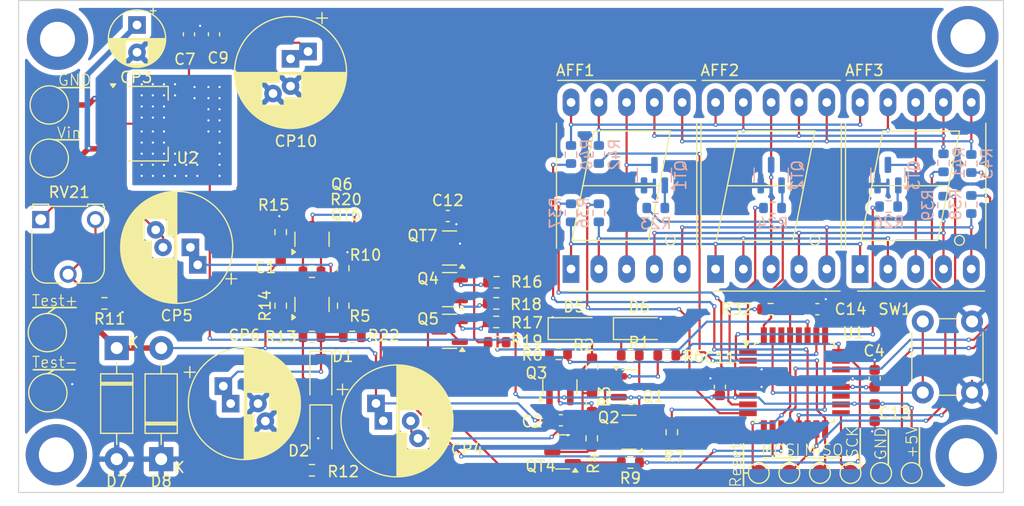
<source format=kicad_pcb>
(kicad_pcb (version 20240108) (generator "pcbnew") (generator_version "8.0")
  (layers (0 "F.Cu" signal) (31 "B.Cu" signal) (34 "B.Paste" user) (35 "F.Paste" user) (36 "B.SilkS" user "B.Silkscreen") (37 "F.SilkS" user "F.Silkscreen") (38 "B.Mask" user) (39 "F.Mask" user) (44 "Edge.Cuts" user))
  (net 0 "")
  (net 1 "Net-(AFF1-e)")
  (net 2 "Net-(AFF1-d)")
  (net 3 "Net-(QT1-C)")
  (net 4 "Net-(AFF1-c)")
  (net 5 "Net-(AFF1-DP)")
  (net 6 "Net-(AFF1-b)")
  (net 7 "Net-(AFF1-a)")
  (net 8 "Net-(AFF1-f)")
  (net 9 "Net-(AFF1-g)")
  (net 10 "Net-(QT2-C)")
  (net 11 "Net-(QT3-C)")
  (net 12 "Net-(C1-Pad1)")
  (net 13 "Net-(D7-K)")
  (net 14 "Net-(D5-A)")
  (net 15 "Net-(U1-AREF)")
  (net 16 "GND")
  (net 17 "+5V")
  (net 18 "Net-(Q4-C)")
  (net 19 "/ISP_RESET")
  (net 20 "Net-(U2-VI)")
  (net 21 "Net-(QT6-E)")
  (net 22 "Net-(CP5-Pad2)")
  (net 23 "Net-(D1-K)")
  (net 24 "Net-(D1-A)")
  (net 25 "Net-(Q1-B)")
  (net 26 "Net-(Q1-C)")
  (net 27 "Net-(Q2-B)")
  (net 28 "Net-(Q2-C)")
  (net 29 "Net-(Q3-B)")
  (net 30 "Net-(Q3-C)")
  (net 31 "Net-(Q4-B)")
  (net 32 "Net-(Q4-E)")
  (net 33 "Net-(Q5-E)")
  (net 34 "Net-(Q6-B)")
  (net 35 "Net-(Q6-C)")
  (net 36 "Net-(QT1-B)")
  (net 37 "Net-(QT2-B)")
  (net 38 "Net-(QT3-B)")
  (net 39 "Net-(QT4-B)")
  (net 40 "Net-(QT4-C)")
  (net 41 "Net-(QT7-B)")
  (net 42 "Net-(U1-PC1)")
  (net 43 "/ISP_MISO")
  (net 44 "Net-(U1-PC3)")
  (net 45 "Net-(U1-PC0)")
  (net 46 "Net-(R11-Pad1)")
  (net 47 "Net-(U1-PC4)")
  (net 48 "Net-(U1-PD4)")
  (net 49 "Net-(U1-PD3)")
  (net 50 "Net-(U1-PD2)")
  (net 51 "Net-(U1-PB7{slash}XTAL2)")
  (net 52 "Net-(U1-PB6{slash}XTAL1)")
  (net 53 "Net-(U1-PB0)")
  (net 54 "Net-(U1-PB1)")
  (net 55 "Net-(U1-PB2)")
  (net 56 "/ISP_MOSI")
  (net 57 "Net-(U1-PC2)")
  (net 58 "/ISP_SCK")
  (net 59 "Net-(U1-PD1)")
  (footprint "MountingHole:MountingHole_3.2mm_M3_DIN965_Pad_TopBottom" (layer "F.Cu") (at 103.5558 53.5432)
    (property "Reference" "H1" (hide yes))
    (property "Value" "MountingHole")
  )
  (footprint "MountingHole:MountingHole_3.2mm_M3_DIN965_Pad_TopBottom" (layer "F.Cu") (at 186.75 53.3)
    (property "Reference" "H4" (hide yes))
    (property "Value" "MountingHole")
  )
  (footprint "Package_TO_SOT_SMD:SOT-23" (layer "F.Cu") (at 139.3839 72.634 180)
    (property "Reference" "QT7")
    (property "Value" "BC817")
  )
  (footprint "Resistor_SMD:R_0603_1608Metric" (layer "F.Cu") (at 168.719 78.232)
    (property "Reference" "R32")
    (property "Value" "10k")
  )
  (footprint "Resistor_SMD:R_0603_1608Metric" (layer "F.Cu") (at 126.809 92.964)
    (property "Reference" "R12")
    (property "Value" "220k")
  )
  (footprint "Capacitor_SMD:C_0603_1608Metric" (layer "F.Cu") (at 139.2214 69.713)
    (property "Reference" "C12")
    (property "Value" "470n")
  )
  (footprint "Resistor_SMD:R_0603_1608Metric" (layer "F.Cu") (at 159.6898 89.4842 90)
    (property "Reference" "R7")
    (property "Value" "2k2")
  )
  (footprint "Resistor_SMD:R_0603_1608Metric" (layer "F.Cu") (at 149.3388 82.3214)
    (property "Reference" "R8")
    (property "Value" "2k2")
  )
  (footprint "Resistor_SMD:R_0603_1608Metric" (layer "F.Cu") (at 123.952 71.184 90)
    (property "Reference" "R15")
    (property "Value" "10k")
  )
  (footprint "Diode_SMD:D_SOD-123" (layer "F.Cu") (at 127.625 89.35 -90)
    (property "Reference" "D2")
    (property "Value" "1N4148W")
  )
  (footprint "Display_7Segment:7SegmentLED_LTS6760_LTS6780" (layer "F.Cu") (at 163.69 74.559 90)
    (property "Reference" "AFF2")
    (property "Value" "KW1-561CSA")
  )
  (footprint "Resistor_SMD:R_0603_1608Metric" (layer "F.Cu") (at 155.892 82.4484 180)
    (property "Reference" "R1")
    (property "Value" "100")
  )
  (footprint "TestPoint:TestPoint_Pad_D1.5mm" (layer "F.Cu") (at 170.434 93.218)
    (property "Reference" "TP6" (hide yes))
    (property "Value" "ISP_MOSI")
  )
  (footprint "TestPoint:TestPoint_Pad_D1.5mm" (layer "F.Cu") (at 173.228 93.218)
    (property "Reference" "TP5" (hide yes))
    (property "Value" "ISP_MISO")
  )
  (footprint "MountingHole:MountingHole_3.2mm_M3_DIN965_Pad_TopBottom" (layer "F.Cu") (at 186.6 91.625)
    (property "Reference" "H2" (hide yes))
    (property "Value" "MountingHole")
  )
  (footprint "Capacitor_THT:CP_Radial_D10.0mm_P2.50mm_P5.00mm" (layer "F.Cu") (at 133.329063 88.45)
    (property "Reference" "CP4")
    (property "Value" "22u")
  )
  (footprint "Potentiometer_THT:Potentiometer_Runtron_RM-065_Vertical" (layer "F.Cu") (at 102.025 70.035)
    (property "Reference" "RV21")
    (property "Value" "200")
  )
  (footprint "Resistor_SMD:R_0603_1608Metric" (layer "F.Cu") (at 152.3746 90.043 -90)
    (property "Reference" "R4")
    (property "Value" "100")
  )
  (footprint "Resistor_SMD:R_0603_1608Metric" (layer "F.Cu") (at 152.4 83.503 90)
    (property "Reference" "R2")
    (property "Value" "1k")
  )
  (footprint "Package_TO_SOT_SMD:SOT-23" (layer "F.Cu") (at 139.3839 80.254 180)
    (property "Reference" "Q5")
    (property "Value" "BC807")
  )
  (footprint "Diode_SMD:D_SOD-123" (layer "F.Cu") (at 156.718 80.01)
    (property "Reference" "D6")
    (property "Value" "1N4148W")
  )
  (footprint "Package_TO_SOT_SMD:SOT-23" (layer "F.Cu") (at 149.4638 85.3463 90)
    (property "Reference" "Q3")
    (property "Value" "BC807")
  )
  (footprint "Button_Switch_THT:SW_PUSH_6mm" (layer "F.Cu") (at 182.626 85.852 90)
    (property "Reference" "SW1")
    (property "Value" "SW_Push")
  )
  (footprint "Diode_SMD:D_SOD-123" (layer "F.Cu") (at 127.625 84.425 -90)
    (property "Reference" "D1")
    (property "Value" "1N4148W")
  )
  (footprint "TestPoint:TestPoint_Pad_D1.5mm" (layer "F.Cu") (at 167.64 93.218)
    (property "Reference" "TP3" (hide yes))
    (property "Value" "ISP_RESET")
  )
  (footprint "Capacitor_THT:CP_Radial_D10.0mm_P2.50mm_P5.00mm" (layer "F.Cu") (at 119.38 86.868)
    (property "Reference" "CP6")
    (property "Value" "100u")
  )
  (footprint "Capacitor_SMD:C_0603_1608Metric" (layer "F.Cu") (at 178.2318 87.6932 90)
    (property "Reference" "C13")
    (property "Value" "100n")
  )
  (footprint "Resistor_SMD:R_0603_1608Metric" (layer "F.Cu") (at 143.6502 77.6986)
    (property "Reference" "R18")
    (property "Value" "470k")
  )
  (footprint "Capacitor_SMD:C_0603_1608Metric" (layer "F.Cu") (at 178.225 84.569 90)
    (property "Reference" "C4")
    (property "Value" "100n")
  )
  (footprint "Diode_THT:D_DO-41_SOD81_P10.16mm_Horizontal" (layer "F.Cu") (at 108.966 81.788 -90)
    (property "Reference" "D7")
    (property "Value" "1N4007")
  )
  (footprint "Diode_THT:D_DO-41_SOD81_P10.16mm_Horizontal" (layer "F.Cu") (at 113.03 91.948 90)
    (property "Reference" "D8")
    (property "Value" "1N4007")
  )
  (footprint "TestPoint:TestPoint_Pad_D3.0mm" (layer "F.Cu") (at 102.8 59.55)
    (property "Reference" "TP8" (hide yes))
    (property "Value" "GND")
  )
  (footprint "Package_TO_SOT_SMD:SOT-23" (layer "F.Cu") (at 139.3839 76.444 180)
    (property "Reference" "Q4")
    (property "Value" "BC807")
  )
  (footprint "Diode_SMD:D_SOD-123" (layer "F.Cu") (at 150.75 80.01)
    (property "Reference" "D5")
    (property "Value" "1N4148W")
  )
  (footprint "TestPoint:TestPoint_Pad_D3.0mm" (layer "F.Cu") (at 102.675 85.875)
    (property "Reference" "TP9" (hide yes))
    (property "Value" "Test-")
  )
  (footprint "Package_TO_SOT_SMD:SOT-23" (layer "F.Cu") (at 126.812 71.8335 90)
    (property "Reference" "Q6")
    (property "Value" "BC807")
  )
  (footprint "Package_TO_SOT_SMD:SOT-23" (layer "F.Cu") (at 155.7782 89.4842 180)
    (property "Reference" "Q2")
    (property "Value" "BC807")
  )
  (footprint "Capacitor_SMD:C_0603_1608Metric" (layer "F.Cu") (at 115.57 53.086 90)
    (property "Reference" "C7")
    (property "Value" "1u")
  )
  (footprint "Resistor_SMD:R_0603_1608Metric" (layer "F.Cu") (at 143.7264 81.2546)
    (property "Reference" "R19")
    (property "Value" "10k")
  )
  (footprint "Package_TO_SOT_SMD:SOT-23" (layer "F.Cu") (at 149.7076 91.2876 180)
    (property "Reference" "QT4")
    (property "Value" "BC817")
  )
  (footprint "TestPoint:TestPoint_Pad_D3.0mm" (layer "F.Cu") (at 102.625 80.375)
    (property "Reference" "TP10" (hide yes))
    (property "Value" "Test+")
  )
  (footprint "Resistor_SMD:R_0603_1608Metric" (layer "F.Cu") (at 123.952 77.915 90)
    (property "Reference" "R14")
    (property "Value" "1k")
  )
  (footprint "Package_QFP:TQFP-32_7x7mm_P0.8mm" (layer "F.Cu") (at 170.9 84.944)
    (property "Reference" "U1")
    (property "Value" "ATmega8L-8A")
  )
  (footprint "Resistor_SMD:R_0603_1608Metric" (layer "F.Cu") (at 159.2326 82.4484)
    (property "Reference" "R6")
    (property "Value" "2k2")
  )
  (footprint "TestPoint:TestPoint_Pad_D1.5mm" (layer "F.Cu") (at 176.022 93.218)
    (property "Reference" "TP4" (hide yes))
    (property "Value" "ISP_SCK")
  )
  (footprint "Capacitor_THT:CP_Radial_D5.0mm_P2.50mm" (layer "F.Cu") (at 110.8202 52.236488 -90)
    (property "Reference" "CP3")
    (property "Value" "10u")
  )
  (footprint "Capacitor_SMD:C_0603_1608Metric" (layer "F.Cu") (at 172.987 78.232)
    (property "Reference" "C14")
    (property "Value" "100n")
  )
  (footprint "Resistor_SMD:R_0603_1608Metric" (layer "F.Cu") (at 129.667 74.486 90)
    (property "Reference" "R10")
    (property "Value" "680")
  )
  (footprint "Resistor_SMD:R_0603_1608Metric" (layer "F.Cu") (at 107.8484 77.6986)
    (property "Reference" "R11")
    (property "Value" "220")
  )
  (footprint "TestPoint:TestPoint_Pad_D1.5mm" (layer "F.Cu") (at 181.61 93.218)
    (property "Reference" "TP1" (hide yes))
    (property "Value" "ISP_5V")
  )
  (footprint "MountingHole:MountingHole_3.2mm_M3_DIN965_Pad_TopBottom" (layer "F.Cu") (at 103.45 91.55)
    (property "Reference" "H3" (hide yes))
    (property "Value" "MountingHole")
  )
  (footprint "Resistor_SMD:R_0603_1608Metric" (layer "F.Cu") (at 155.9052 92.2528 180)
    (property "Reference" "R9")
    (property "Value" "10k")
  )
  (footprint "Resistor_SMD:R_0603_1608Metric" (layer "F.Cu") (at 152.4 86.741 90)
    (property "Reference" "R3")
    (property "Value" "10k")
  )
  (footprint "Capacitor_SMD:C_0603_1608Metric" (layer "F.Cu") (at 149.5552 88.392 180)
    (property "Reference" "C2")
    (property "Value" "100n")
  )
  (footprint "Capacitor_SMD:C_0603_1608Metric" (layer "F.Cu") (at 164.084 85.331 -90)
    (property "Reference" "C11")
    (property "Value" "100n")
  )
  (footprint "Package_TO_SOT_SMD:SOT-223-3_TabPin2" (layer "F.Cu") (at 111.76 61.2648)
    (property "Reference" "U2")
    (property "Value" "AMS1117-5.0")
  )
  (footprint "Resistor_SMD:R_0603_1608Metric" (layer "F.Cu") (at 126.809 80.772 180)
    (property "Reference" "R13")
    (property "Value" "100k")
  )
  (footprint "Resistor_SMD:R_0603_1608Metric" (layer "F.Cu") (at 143.6492 79.4004 180)
    (property "Reference" "R17")
    (property "Value" "10k")
  )
  (footprint "Resistor_SMD:R_0603_1608Metric" (layer "F.Cu") (at 130.492 80.772 180)
    (property "Reference" "R22")
    (property "Value" "220")
  )
  (footprint "TestPoint:TestPoint_Pad_D1.5mm" (layer "F.Cu") (at 178.816 93.218)
    (property "Reference" "TP2" (hide yes))
    (property "Value" "ISP_GND")
  )
  (footprint "Package_TO_SOT_SMD:SOT-23" (layer "F.Cu") (at 126.812 77.8025 90)
    (property "Reference" "QT6")
    (property "Value" "BC817")
  )
  (footprint "Capacitor_THT:CP_Radial_D10.0mm_P2.50mm_P5.00mm" (layer "F.Cu") (at 115.7 72.575 180)
    (property "Reference" "CP5")
    (property "Value" "22u")
  )
  (footprint "Resistor_SMD:R_0603_1608Metric" (layer "F.Cu") (at 143.6746 75.7682 180)
    (property "Reference" "R16")
    (property "Value" "10k")
  )
  (footprint "Capacitor_SMD:C_0603_1608Metric" (layer "F.Cu") (at 123.952 74.536 90)
    (property "Reference" "C1")
    (property "Value" "33n")
  )
  (footprint "Resistor_SMD:R_0603_1608Metric" (layer "F.Cu") (at 129.667 77.915 -90)
    (property "Reference" "R5")
    (property "Value" "6k8")
  )
  (footprint "TestPoint:TestPoint_Pad_D3.0mm" (layer "F.Cu") (at 102.8 64.425)
    (property "Reference" "TP7" (hide yes))
    (property "Value" "V_in")
  )
  (footprint "Package_TO_SOT_SMD:SOT-23" (layer "F.Cu") (at 155.7759 85.3288)
    (property "Reference" "Q1")
    (property "Value" "BC807")
  )
  (footprint "Display_7Segment:7SegmentLED_LTS6760_LTS6780" (layer "F.Cu") (at 176.898 74.559 90)
    (property "Reference" "AFF3")
    (property "Value" "KW1-561CSA")
  )
  (footprint "Resistor_SMD:R_0603_1608Metric" (layer "F.Cu") (at 126.81 74.803 180)
    (property "Reference" "R20")
    (property "Value" "2k2")
  )
  (footprint "Capacitor_THT:CP_Radial_D10.0mm_P2.50mm_P5.00mm" (layer "F.Cu") (at 124.85 55.332323 -90)
    (property "Reference" "CP10")
    (property "Value" "10u")
  )
  (footprint "Display_7Segment:7SegmentLED_LTS6760_LTS6780" (layer "F.Cu") (at 150.482 74.559 90)
    (property "Reference" "AFF1")
    (property "Value" "KW1-561CSA")
  )
  (footprint "Capacitor_SMD:C_0603_1608Metric" (layer "F.Cu") (at 117.856 53.086 90)
    (property "Reference" "C9")
    (property "Value" "100n")
  )
  (footprint "Resistor_SMD:R_0603_1608Metric" (layer "B.Cu") (at 187.058 68.654 -90)
    (property "Reference" "R38")
    (property "Value" "470")
  )
  (footprint "Resistor_SMD:R_0603_1608Metric" (layer "B.Cu") (at 153.022 64.082 90)
    (property "Reference" "R42")
    (property "Value" "470")
  )
  (footprint "Resistor_SMD:R_0603_1608Metric" (layer "B.Cu") (at 158.229 68.971)
    (property "Reference" "R23")
    (property "Value" "10k")
  )
  (footprint "Package_TO_SOT_SMD:SOT-23" (layer "B.Cu") (at 179.438 65.9715 90)
    (property "Reference" "QT3")
    (property "Value" "BC817")
  )
  (footprint "Resistor_SMD:R_0603_1608Metric" (layer "B.Cu") (at 153.022 69.416 -90)
    (property "Reference" "R36")
    (property "Value" "470")
  )
  (footprint "Package_TO_SOT_SMD:SOT-23" (layer "B.Cu") (at 168.77 65.9715 90)
    (property "Reference" "QT2")
    (property "Value" "BC817")
  )
  (footprint "Resistor_SMD:R_0603_1608Metric" (layer "B.Cu") (at 184.518 64.844 90)
    (property "Reference" "R41")
    (property "Value" "470")
  )
  (footprint "Resistor_SMD:R_0603_1608Metric" (layer "B.Cu") (at 150.482 69.416 -90)
    (property "Reference" "R37")
    (property "Value" "470")
  )
  (footprint "Resistor_SMD:R_0603_1608Metric" (layer "B.Cu") (at 187.058 64.907 90)
    (property "Reference" "R43")
    (property "Value" "470")
  )
  (footprint "Package_TO_SOT_SMD:SOT-23" (layer "B.Cu") (at 158.102 65.9715 90)
    (property "Reference" "QT1")
    (property "Value" "BC817")
  )
  (footprint "Resistor_SMD:R_0603_1608Metric" (layer "B.Cu") (at 184.518 68.717 -90)
    (property "Reference" "R39")
    (property "Value" "470")
  )
  (footprint "Resistor_SMD:R_0603_1608Metric" (layer "B.Cu") (at 150.482 64.082 90)
    (property "Reference" "R40")
    (property "Value" "470")
  )
  (footprint "Resistor_SMD:R_0603_1608Metric" (layer "B.Cu") (at 179.502 68.844)
    (property "Reference" "R26")
    (property "Value" "10k")
  )
  (footprint "Resistor_SMD:R_0603_1608Metric" (layer "B.Cu") (at 168.897 68.971)
    (property "Reference" "R24")
    (property "Value" "10k")
  )
  (gr_rect (start 110.49 56.896) (end 119.38 66.802) (stroke (width 0.2)) (fill solid) (layer "B.Cu") (net 17))
  (gr_line (start 171.958 91.821) (end 175.133 91.821) (stroke (width 0.15)) (layer "F.SilkS"))
  (gr_line (start 176.911 89.154) (end 176.911 92.837) (stroke (width 0.15)) (layer "F.SilkS"))
  (gr_line (start 102.625 78.625) (end 103.378 78.0796) (stroke (width 0.15)) (layer "F.SilkS"))
  (gr_line (start 179.4764 89.3064) (end 179.4764 92.5068) (stroke (width 0.15)) (layer "F.SilkS"))
  (gr_line (start 168.021 91.821) (end 171.196 91.821) (stroke (width 0.15)) (layer "F.SilkS"))
  (gr_line (start 105.5116 62.738) (end 103.1748 62.738) (stroke (width 0.15)) (layer "F.SilkS"))
  (gr_line (start 102.675 84.125) (end 103.251 83.7692) (stroke (width 0.15)) (layer "F.SilkS"))
  (gr_line (start 170.434 92.268) (end 170.434 91.821) (stroke (width 0.15)) (layer "F.SilkS"))
  (gr_line (start 166.243 93.218) (end 166.624 93.218) (stroke (width 0.15)) (layer "F.SilkS"))
  (gr_line (start 106.5276 57.9628) (end 103.5304 57.9628) (stroke (width 0.15)) (layer "F.SilkS"))
  (gr_line (start 182.3212 89.1032) (end 182.3212 92.5068) (stroke (width 0.15)) (layer "F.SilkS"))
  (gr_line (start 168.148 91.821) (end 168.021 91.821) (stroke (width 0.15)) (layer "F.SilkS"))
  (gr_line (start 173.228 92.268) (end 173.228 91.821) (stroke (width 0.15)) (layer "F.SilkS"))
  (gr_line (start 166.243 90.551) (end 166.243 94.361) (stroke (width 0.15)) (layer "F.SilkS"))
  (gr_line (start 101.2952 78.0796) (end 105.2576 78.0796) (stroke (width 0.15)) (layer "F.SilkS"))
  (gr_line (start 101.346 83.7692) (end 105.156 83.7692) (stroke (width 0.15)) (layer "F.SilkS"))
  (gr_rect (start 100 50) (end 190 95) (stroke (width 0.1)) (fill none) (layer "Edge.Cuts"))
  (gr_text "Reset" (at 166.116 94.615 90) (layer "F.SilkS") (effects (font (size 1 1) (thickness 0.1)) (justify left bottom)))
  (gr_text "GND" (at 103.5304 57.8612 0) (layer "F.SilkS") (effects (font (size 1 1) (thickness 0.1)) (justify left bottom)))
  (gr_text "Vin" (at 103.4288 62.6872 0) (layer "F.SilkS") (effects (font (size 1 1) (thickness 0.1)) (justify left bottom)))
  (gr_text "+5V" (at 182.2196 91.948 90) (layer "F.SilkS") (effects (font (size 1 1) (thickness 0.1)) (justify left bottom)))
  (gr_text "GND" (at 179.3748 92.1004 90) (layer "F.SilkS") (effects (font (size 1 1) (thickness 0.1)) (justify left bottom)))
  (gr_text "Test-" (at 101.1428 83.6676 0) (layer "F.SilkS") (effects (font (size 1 1) (thickness 0.1)) (justify left bottom)))
  (gr_text "SCK" (at 176.784 91.948 90) (layer "F.SilkS") (effects (font (size 1 1) (thickness 0.1)) (justify left bottom)))
  (gr_text "Test+" (at 101.1428 78.0288 0) (layer "F.SilkS") (effects (font (size 1 1) (thickness 0.1)) (justify left bottom)))
  (gr_text "MOSI" (at 167.767 91.694 0) (layer "F.SilkS") (effects (font (size 1 1) (thickness 0.1)) (justify left bottom)))
  (gr_text "MISO" (at 171.704 91.694 0) (layer "F.SilkS") (effects (font (size 1 1) (thickness 0.1)) (justify left bottom)))
  (segment (start 176.898 72.273) (end 176.898 74.559) (width 0.2) (layer "F.Cu") (net 1))
  (segment (start 163.69 72.273) (end 163.69 74.559) (width 0.2) (layer "F.Cu") (net 1))
  (segment (start 150.482 74.559) (end 150.482 72.273) (width 0.2) (layer "F.Cu") (net 1))
  (via (at 163.69 72.273) (size 0.4) (drill 0.2) (layers "F.Cu" "B.Cu") (net 1))
  (via (at 150.482 72.273) (size 0.4) (drill 0.2) (layers "F.Cu" "B.Cu") (net 1))
  (via (at 176.898 72.273) (size 0.4) (drill 0.2) (layers "F.Cu" "B.Cu") (net 1))
  (segment (start 150.482 70.241) (end 150.482 72.273) (width 0.2) (layer "B.Cu") (net 1))
  (segment (start 163.69 72.273) (end 176.898 72.273) (width 0.2) (layer "B.Cu") (net 1))
  (segment (start 150.482 72.273) (end 163.69 72.273) (width 0.2) (layer "B.Cu") (net 1))
  (segment (start 166.23 74.559) (end 166.23 71.765) (width 0.2) (layer "F.Cu") (net 2))
  (segment (start 179.438 71.765) (end 179.438 74.559) (width 0.2) (layer "F.Cu") (net 2))
  (segment (start 153.022 74.559) (end 153.022 71.765) (width 0.2) (layer "F.Cu") (net 2))
  (via (at 153.022 71.765) (size 0.4) (drill 0.2) (layers "F.Cu" "B.Cu") (net 2))
  (via (at 166.23 71.765) (size 0.4) (drill 0.2) (layers "F.Cu" "B.Cu") (net 2))
  (via (at 179.438 71.765) (size 0.4) (drill 0.2) (layers "F.Cu" "B.Cu") (net 2))
  (segment (start 153.022 70.241) (end 153.022 71.765) (width 0.2) (layer "B.Cu") (net 2))
  (segment (start 166.23 71.765) (end 179.438 71.765) (width 0.2) (layer "B.Cu") (net 2))
  (segment (start 153.022 71.765) (end 166.23 71.765) (width 0.2) (layer "B.Cu") (net 2))
  (segment (start 155.562 65.034) (end 155.562 59.319) (width 0.2) (layer "F.Cu") (net 3))
  (segment (start 155.562 74.559) (end 155.562 65.034) (width 0.2) (layer "F.Cu") (net 3))
  (via (at 155.562 65.034) (size 0.4) (drill 0.2) (layers "F.Cu" "B.Cu") (net 3))
  (segment (start 158.102 65.034) (end 155.562 65.034) (width 0.2) (layer "B.Cu") (net 3))
  (segment (start 184.5056 70.1802) (end 184.5056 71.2446) (width 0.2) (layer "F.Cu") (net 4))
  (segment (start 158.102 74.559) (end 158.102 71.257) (width 0.2) (layer "F.Cu") (net 4))
  (segment (start 184.518 71.257) (end 184.518 74.559) (width 0.2) (layer "F.Cu") (net 4))
  (segment (start 184.5056 71.2446) (end 184.518 71.257) (width 0.2) (layer "F.Cu") (net 4))
  (segment (start 171.31 74.559) (end 171.31 71.257) (width 0.2) (layer "F.Cu") (net 4))
  (via (at 171.31 71.257) (size 0.4) (drill 0.2) (layers "F.Cu" "B.Cu") (net 4))
  (via (at 184.5056 70.1802) (size 0.4) (drill 0.2) (layers "F.Cu" "B.Cu") (net 4))
  (via (at 158.102 71.257) (size 0.4) (drill 0.2) (layers "F.Cu" "B.Cu") (net 4))
  (via (at 184.518 71.257) (size 0.4) (drill 0.2) (layers "F.Cu" "B.Cu") (net 4))
  (segment (start 158.102 71.257) (end 171.31 71.257) (width 0.2) (layer "B.Cu") (net 4))
  (segment (start 184.518 69.542) (end 184.518 70.1678) (width 0.2) (layer "B.Cu") (net 4))
  (segment (start 171.31 71.257) (end 184.518 71.257) (width 0.2) (layer "B.Cu") (net 4))
  (segment (start 184.518 70.1678) (end 184.5056 70.1802) (width 0.2) (layer "B.Cu") (net 4))
  (segment (start 187.058 70.749) (end 187.058 74.559) (width 0.2) (layer "F.Cu") (net 5))
  (segment (start 173.85 74.559) (end 173.85 70.749) (width 0.2) (layer "F.Cu") (net 5))
  (segment (start 160.642 74.559) (end 160.642 70.749) (width 0.2) (layer "F.Cu") (net 5))
  (via (at 160.642 70.749) (size 0.4) (drill 0.2) (layers "F.Cu" "B.Cu") (net 5))
  (via (at 173.85 70.749) (size 0.4) (drill 0.2) (layers "F.Cu" "B.Cu") (net 5))
  (via (at 187.058 70.749) (size 0.4) (drill 0.2) (layers "F.Cu" "B.Cu") (net 5))
  (segment (start 160.642 70.749) (end 173.85 70.749) (width 0.2) (layer "B.Cu") (net 5))
  (segment (start 173.85 70.749) (end 187.058 70.749) (width 0.2) (layer "B.Cu") (net 5))
  (segment (start 187.058 69.479) (end 187.058 70.749) (width 0.2) (layer "B.Cu") (net 5))
  (segment (start 160.642 59.319) (end 160.642 62.875) (width 0.2) (layer "F.Cu") (net 6))
  (segment (start 187.058 62.875) (end 187.058 59.319) (width 0.2) (layer "F.Cu") (net 6))
  (segment (start 173.85 62.875) (end 173.85 59.319) (width 0.2) (layer "F.Cu") (net 6))
  (via (at 160.642 62.875) (size 0.4) (drill 0.2) (layers "F.Cu" "B.Cu") (net 6))
  (via (at 187.058 62.875) (size 0.4) (drill 0.2) (layers "F.Cu" "B.Cu") (net 6))
  (via (at 173.85 62.875) (size 0.4) (drill 0.2) (layers "F.Cu" "B.Cu") (net 6))
  (segment (start 173.85 62.875) (end 187.058 62.875) (width 0.2) (layer "B.Cu") (net 6))
  (segment (start 187.058 64.082) (end 187.058 62.875) (width 0.2) (layer "B.Cu") (net 6))
  (segment (start 160.642 62.875) (end 173.85 62.875) (width 0.2) (layer "B.Cu") (net 6))
  (segment (start 184.518 63.3621) (end 184.5056 63.3745) (width 0.2) (layer "F.Cu") (net 7))
  (segment (start 184.518 62.367) (end 184.518 59.319) (width 0.2) (layer "F.Cu") (net 7))
  (segment (start 184.518 62.367) (end 184.518 63.3621) (width 0.2) (layer "F.Cu") (net 7))
  (segment (start 171.31 62.367) (end 171.31 59.319) (width 0.2) (layer "F.Cu") (net 7))
  (segment (start 158.102 59.319) (end 158.102 62.367) (width 0.2) (layer "F.Cu") (net 7))
  (via (at 184.5056 63.3745) (size 0.4) (drill 0.2) (layers "F.Cu" "B.Cu") (net 7))
  (via (at 184.518 62.367) (size 0.4) (drill 0.2) (layers "F.Cu" "B.Cu") (net 7))
  (via (at 158.102 62.367) (size 0.4) (drill 0.2) (layers "F.Cu" "B.Cu") (net 7))
  (via (at 171.31 62.367) (size 0.4) (drill 0.2) (layers "F.Cu" "B.Cu") (net 7))
  (segment (start 184.5056 64.0066) (end 184.518 64.019) (width 0.2) (layer "B.Cu") (net 7))
  (segment (start 158.102 62.367) (end 171.31 62.367) (width 0.2) (layer "B.Cu") (net 7))
  (segment (start 184.5056 63.3745) (end 184.5056 64.0066) (width 0.2) (layer "B.Cu") (net 7))
  (segment (start 171.31 62.367) (end 184.518 62.367) (width 0.2) (layer "B.Cu") (net 7))
  (segment (start 166.23 61.859) (end 166.23 59.319) (width 0.2) (layer "F.Cu") (net 8))
  (segment (start 179.438 61.859) (end 179.438 59.319) (width 0.2) (layer "F.Cu") (net 8))
  (segment (start 153.022 59.319) (end 153.022 61.859) (width 0.2) (layer "F.Cu") (net 8))
  (via (at 166.23 61.859) (size 0.4) (drill 0.2) (layers "F.Cu" "B.Cu") (net 8))
  (via (at 179.438 61.859) (size 0.4) (drill 0.2) (layers "F.Cu" "B.Cu") (net 8))
  (via (at 153.022 61.859) (size 0.4) (drill 0.2) (layers "F.Cu" "B.Cu") (net 8))
  (segment (start 153.022 63.257) (end 153.022 61.859) (width 0.2) (layer "B.Cu") (net 8))
  (segment (start 177.097107 61.859) (end 179.438 61.859) (width 0.2) (layer "B.Cu") (net 8))
  (segment (start 166.23 61.859) (end 177.097107 61.859) (width 0.2) (layer "B.Cu") (net 8))
  (segment (start 153.022 61.859) (end 166.23 61.859) (width 0.2) (layer "B.Cu") (net 8))
  (segment (start 163.69 59.319) (end 163.69 61.351) (width 0.2) (layer "F.Cu") (net 9))
  (segment (start 150.482 59.319) (end 150.482 61.351) (width 0.2) (layer "F.Cu") (net 9))
  (segment (start 176.898 61.351) (end 176.898 59.319) (width 0.2) (layer "F.Cu") (net 9))
  (via (at 176.898 61.351) (size 0.4) (drill 0.2) (layers "F.Cu" "B.Cu") (net 9))
  (via (at 150.482 61.351) (size 0.4) (drill 0.2) (layers "F.Cu" "B.Cu") (net 9))
  (via (at 163.69 61.351) (size 0.4) (drill 0.2) (layers "F.Cu" "B.Cu") (net 9))
  (segment (start 150.482 61.351) (end 163.69 61.351) (width 0.2) (layer "B.Cu") (net 9))
  (segment (start 163.69 61.351) (end 176.898 61.351) (width 0.2) (layer "B.Cu") (net 9))
  (segment (start 150.482 63.257) (end 150.482 61.351) (width 0.2) (layer "B.Cu") (net 9))
  (segment (start 168.77 66.177) (end 168.77 65.034) (width 0.2) (layer "F.Cu") (net 10))
  (segment (start 168.77 65.034) (end 168.77 59.319) (width 0.2) (layer "F.Cu") (net 10))
  (segment (start 168.77 74.559) (end 168.77 66.177) (width 0.2) (layer "F.Cu") (net 10))
  (via (at 168.77 66.177) (size 0.4) (drill 0.2) (layers "F.Cu" "B.Cu") (net 10))
  (segment (start 168.77 65.034) (end 168.77 66.177) (width 0.2) (layer "B.Cu") (net 10))
  (segment (start 181.978 65.034) (end 181.978 59.319) (width 0.2) (layer "F.Cu") (net 11))
  (segment (start 181.978 74.559) (end 181.978 65.034) (width 0.2) (layer "F.Cu") (net 11))
  (via (at 181.978 65.034) (size 0.4) (drill 0.2) (layers "F.Cu" "B.Cu") (net 11))
  (segment (start 179.438 65.034) (end 181.978 65.034) (width 0.2) (layer "B.Cu") (net 11))
  (segment (start 123.952 77.09) (end 123.952 75.311) (width 0.2) (layer "F.Cu") (net 12))
  (segment (start 102.625 80.375) (end 107.553 80.375) (width 0.5) (layer "F.Cu") (net 13))
  (segment (start 108.966 81.788) (end 113.03 81.788) (width 0.5) (layer "F.Cu") (net 13))
  (segment (start 123.952 73.761) (end 123.952 72.009) (width 0.2) (layer "F.Cu") (net 13))
  (segment (start 132.588 82.296) (end 132.658126 82.366126) (width 0.2) (layer "F.Cu") (net 13))
  (segment (start 122.555 75.158) (end 123.952 73.761) (width 0.2) (layer "F.Cu") (net 13))
  (segment (start 132.658126 82.366126) (end 132.658126 86.85) (width 0.2) (layer "F.Cu") (net 13))
  (segment (start 107.553 80.375) (end 108.966 81.788) (width 0.5) (layer "F.Cu") (net 13))
  (segment (start 122.555 81.788) (end 122.555 75.158) (width 0.2) (layer "F.Cu") (net 13))
  (segment (start 147.193 88.392) (end 148.7802 88.392) (width 0.2) (layer "F.Cu") (net 13))
  (via (at 122.555 81.788) (size 0.4) (drill 0.2) (layers "F.Cu" "B.Cu") (net 13))
  (via (at 147.193 88.392) (size 0.4) (drill 0.2) (layers "F.Cu" "B.Cu") (net 13))
  (via (at 132.588 82.296) (size 0.4) (drill 0.2) (layers "F.Cu" "B.Cu") (net 13))
  (segment (start 113.03 81.788) (end 122.555 81.788) (width 0.2) (layer "B.Cu") (net 13))
  (segment (start 122.555 81.788) (end 132.08 81.788) (width 0.2) (layer "B.Cu") (net 13))
  (segment (start 132.658126 86.85) (end 145.651 86.85) (width 0.2) (layer "B.Cu") (net 13))
  (segment (start 132.08 81.788) (end 132.588 82.296) (width 0.2) (layer "B.Cu") (net 13))
  (segment (start 145.651 86.85) (end 147.193 88.392) (width 0.2) (layer "B.Cu") (net 13))
  (segment (start 151.5364 85.9028) (end 151.5364 88.392) (width 0.2) (layer "F.Cu") (net 14))
  (segment (start 155.067 80.0608) (end 155.067 82.4484) (width 0.2) (layer "F.Cu") (net 14))
  (segment (start 150.241 88.392) (end 150.3302 88.392) (width 0.2) (layer "F.Cu") (net 14))
  (segment (start 151.5994 89.218) (end 152.3746 89.218) (width 0.2) (layer "F.Cu") (net 14))
  (segment (start 152.4 82.678) (end 152.4 82.8548) (width 0.2) (layer "F.Cu") (net 14))
  (segment (start 148.717 89.916) (end 150.241 88.392) (width 0.2) (layer "F.Cu") (net 14))
  (segment (start 151.5872 89.2302) (end 151.5994 89.218) (width 0.2) (layer "F.Cu") (net 14))
  (segment (start 152.4 82.678) (end 152.4 80.01) (width 0.2) (layer "F.Cu") (net 14))
  (segment (start 151.5496 85.916) (end 151.5364 85.9028) (width 0.2) (layer "F.Cu") (net 14))
  (segment (start 151.5364 89.1794) (end 151.5872 89.2302) (width 0.2) (layer "F.Cu") (net 14))
  (segment (start 136.5 90.05) (end 135.89 89.44) (width 0.2) (layer "F.Cu") (net 14))
  (segment (start 152.4 80.01) (end 155.068 80.01) (width 0.2) (layer "F.Cu") (net 14))
  (segment (start 155.1178 80.01) (end 155.067 80.0608) (width 0.2) (layer "F.Cu") (net 14))
  (segment (start 135.89 89.44) (end 135.89 88.510937) (width 0.2) (layer "F.Cu") (net 14))
  (segment (start 135.89 88.510937) (end 135.829063 88.45) (width 0.2) (layer "F.Cu") (net 14))
  (segment (start 152.4 82.8548) (end 151.5364 83.7184) (width 0.2) (layer "F.Cu") (net 14))
  (segment (start 155.068 80.01) (end 155.1178 80.01) (width 0.2) (layer "F.Cu") (net 14))
  (segment (start 150.3302 88.392) (end 151.5364 88.392) (width 0.2) (layer "F.Cu") (net 14))
  (segment (start 151.5364 83.7184) (end 151.5364 85.9028) (width 0.2) (layer "F.Cu") (net 14))
  (segment (start 151.5364 88.392) (end 151.5364 89.1794) (width 0.2) (layer "F.Cu") (net 14))
  (segment (start 152.4 85.916) (end 151.5496 85.916) (width 0.2) (layer "F.Cu") (net 14))
  (via (at 148.717 89.916) (size 0.4) (drill 0.2) (layers "F.Cu" "B.Cu") (net 14))
  (segment (start 148.583 90.05) (end 148.717 89.916) (width 0.2) (layer "B.Cu") (net 14))
  (segment (start 136.5 90.05) (end 148.583 90.05) (width 0.2) (layer "B.Cu") (net 14))
  (segment (start 178.1996 85.3694) (end 178.225 85.344) (width 0.2) (layer "F.Cu") (net 15))
  (segment (start 175.15 85.344) (end 176.2252 85.344) (width 0.2) (layer "F.Cu") (net 15))
  (segment (start 177.4444 85.3694) (end 178.1996 85.3694) (width 0.2) (layer "F.Cu") (net 15))
  (via (at 177.4444 85.3694) (size 0.4) (drill 0.2) (layers "F.Cu" "B.Cu") (net 15))
  (via (at 176.2252 85.344) (size 0.4) (drill 0.2) (layers "F.Cu" "B.Cu") (net 15))
  (segment (start 177.419 85.344) (end 177.4444 85.3694) (width 0.2) (layer "B.Cu") (net 15))
  (segment (start 176.2252 85.344) (end 177.419 85.344) (width 0.2) (layer "B.Cu") (net 15))
  (segment (start 116.586 52.311) (end 117.856 52.311) (width 0.2) (layer "F.Cu") (net 16))
  (segment (start 149.1 79.2754) (end 148.7932 78.9686) (width 0.2) (layer "F.Cu") (net 16))
  (segment (start 178.816 91.948) (end 178.7144 91.8464) (width 0.2) (layer "F.Cu") (net 16))
  (segment (start 166.65 83.744) (end 167.8938 83.744) (width 0.2) (layer "F.Cu") (net 16))
  (segment (start 175.15 84.544) (end 176.2126 84.544) (width 0.2) (layer "F.Cu") (net 16))
  (segment (start 140.3214 71.684) (end 140.3214 72.224) (width 0.2) (layer "F.Cu") (net 16))
  (segment (start 106.934 58.9648) (end 108.61 58.9648) (width 0.5) (layer "F.Cu") (net 16))
  (segment (start 139.9964 70.4512) (end 140.0048 70.4596) (width 0.2) (layer "F.Cu") (net 16))
  (segment (start 127.634 91.009) (end 127.625 91) (width 0.2) (layer "F.Cu") (net 16))
  (segment (start 108.966 91.948) (end 108.966 91.44) (width 0.2) (layer "F.Cu") (net 16))
  (segment (start 104.117 85.875) (end 104.902 85.09) (width 0.5) (layer "F.Cu") (net 16))
  (segment (start 108.6734 77.6986) (end 108.6986 77.6986) (width 0.2) (layer "F.Cu") (net 16))
  (segment (start 127.625 90.287) (end 127.381 90.043) (width 0.2) (layer "F.Cu") (net 16))
  (segment (start 187.126 85.852) (end 187.126 84.781) (width 0.2) (layer "F.Cu") (net 16))
  (segment (start 173.762 78.232) (end 173.762 77.3182) (width 0.2) (layer "F.Cu") (net 16))
  (segment (start 150.6451 90.2185) (end 150.1902 89.7636) (width 0.2) (layer "F.Cu") (net 16))
  (segment (start 102.675 85.875) (end 104.117 85.875) (width 0.5) (layer "F.Cu") (net 16))
  (segment (start 106.3488 59.55) (end 106.934 58.9648) (width 0.5) (layer "F.Cu") (net 16))
  (segment (start 140.3214 72.224) (end 140.335 72.2376) (width 0.2) (layer "F.Cu") (net 16))
  (segment (start 187.126 79.352) (end 187.126 80.2682) (width 0.2) (layer "F.Cu") (net 16))
  (segment (start 176.2126 84.544) (end 176.2252 84.5566) (width 0.2) (layer "F.Cu") (net 16))
  (segment (start 139.9964 69.713) (end 139.9964 70.4512) (width 0.2) (layer "F.Cu") (net 16))
  (segment (start 123.952 69.85) (end 123.825 69.723) (width 0.2) (layer "F.Cu") (net 16))
  (segment (start 178.2318 89.1794) (end 178.0032 89.408) (width 0.2) (layer "F.Cu") (net 16))
  (segment (start 178.2318 88.4682) (end 178.2318 89.1794) (width 0.2) (layer "F.Cu") (net 16))
  (segment (start 173.7614 77.3176) (end 173.762 77.3182) (width 0.2) (layer "F.Cu") (net 16))
  (segment (start 108.6986 77.6986) (end 109.5 78.5) (width 0.2) (layer "F.Cu") (net 16))
  (segment (start 178.225 83.794) (end 178.225 82.8616) (width 0.2) (layer "F.Cu") (net 16))
  (segment (start 127.625 91) (end 127.625 90.287) (width 0.2) (layer "F.Cu") (net 16))
  (segment (start 123.952 70.359) (end 123.952 69.85) (width 0.2) (layer "F.Cu") (net 16))
  (segment (start 150.6451 90.3376) (end 150.6451 90.2185) (width 0.2) (layer "F.Cu") (net 16))
  (segment (start 166.65 85.344) (end 167.894 85.344) (width 0.2) (layer "F.Cu") (net 16))
  (segment (start 129.667 73.661) (end 129.667 73.406) (width 0.2) (layer "F.Cu") (net 16))
  (segment (start 178.816 93.218) (end 178.816 91.948) (width 0.2) (layer "F.Cu") (net 16))
  (segment (start 102.8 59.55) (end 106.3488 59.55) (width 0.5) (layer "F.Cu") (net 16))
  (segment (start 115.57 52.311) (end 116.586 52.311) (width 0.2) (layer "F.Cu") (net 16))
  (segment (start 129.667 73.406) (end 130.048 73.025) (width 0.2) (layer "F.Cu") (net 16))
  (segment (start 178.225 82.8616) (end 178.2318 82.8548) (width 0.2) (layer "F.Cu") (net 16))
  (segment (start 127.634 92.964) (end 127.634 91.009) (width 0.2) (layer "F.Cu") (net 16))
  (segment (start 164.084 84.556) (end 163.221 84.556) (width 0.2) (layer "F.Cu") (net 16))
  (segment (start 158.368 79.4014) (end 158.6738 79.0956) (width 0.2) (layer "F.Cu") (net 16))
  (segment (start 113.03 91.948) (end 113.03 90.932) (width 0.2) (layer "F.Cu") (net 16))
  (segment (start 158.368 80.01) (end 158.368 79.4014) (width 0.2) (layer "F.Cu") (net 16))
  (segment (start 149.1 80.01) (end 149.1 79.2754) (width 0.2) (layer "F.Cu") (net 16))
  (segment (start 167.8938 83.744) (end 167.894 83.7438) (width 0.2) (layer "F.Cu") (net 16))
  (via (at 173.762 77.3182) (size 0.4) (drill 0.2) (layers "F.Cu" "B.Cu") (net 16))
  (via (at 167.894 85.344) (size 0.4) (drill 0.2) (layers "F.Cu" "B.Cu") (net 16))
  (via (at 178.0032 89.408) (size 0.4) (drill 0.2) (layers "F.Cu" "B.Cu") (net 16))
  (via (at 123.825 69.723) (size 0.4) (drill 0.2) (layers "F.Cu" "B.Cu") (net 16))
  (via (at 148.7932 78.9686) (size 0.4) (drill 0.2) (layers "F.Cu" "B.Cu") (net 16))
  (via (at 178.2318 82.8548) (size 0.4) (drill 0.2) (layers "F.Cu" "B.Cu") (net 16))
  (via (at 140.0048 70.4596) (size 0.4) (drill 0.2) (layers "F.Cu" "B.Cu") (net 16))
  (via (at 178.7144 91.8464) (size 0.4) (drill 0.2) (layers "F.Cu" "B.Cu") (net 16))
  (via (at 130.048 73.025) (size 0.4) (drill 0.2) (layers "F.Cu" "B.Cu") (net 16))
  (via (at 167.894 83.7438) (size 0.4) (drill 0.2) (layers "F.Cu" "B.Cu") (net 16))
  (via (at 127.381 90.043) (size 0.4) (drill 0.2) (layers "F.Cu" "B.Cu") (net 16))
  (via (at 176.2252 84.5566) (size 0.4) (drill 0.2) (layers "F.Cu" "B.Cu") (net 16))
  (via (at 140.335 72.2376) (size 0.4) (drill 0.2) (layers "F.Cu" "B.Cu") (net 16))
  (via (at 158.6738 79.0956) (size 0.4) (drill 0.2) (layers "F.Cu" "B.Cu") (net 16))
  (via (at 106.934 58.9648) (size 0.4) (drill 0.2) (layers "F.Cu" "B.Cu") (net 16))
  (via (at 104.902 85.09) (size 0.4) (drill 0.2) (layers "F.Cu" "B.Cu") (net 16))
  (via (at 150.1902 89.7636) (size 0.4) (drill 0.2) (layers "F.Cu" "B.Cu") (net 16))
  (via (at 109.5 78.5) (size 0.4) (drill 0.2) (layers "F.Cu" "B.Cu") (net 16))
  (via (at 116.586 52.311) (size 0.4) (drill 0.2) (layers "F.Cu" "B.Cu") (net 16))
  (via (at 163.221 84.556) (size 0.4) (drill 0.2) (layers "F.Cu" "B.Cu") (net 16))
  (segment (start 165.65 84.544) (end 165.65 84.497) (width 0.2) (layer "F.Cu") (net 17))
  (segment (start 145.034 75.7682) (end 145.4404 76.1746) (width 0.2) (layer "F.Cu") (net 17))
  (segment (start 165.481 84.713) (end 165.481 84.328) (width 0.2) (layer "F.Cu") (net 17))
  (segment (start 117.470937 63.825737) (end 117.470937 80.894937) (width 0.2) (layer "F.Cu") (net 17))
  (segment (start 132.08 81.026) (end 131.571 81.026) (width 0.2) (layer "F.Cu") (net 17))
  (segment (start 145.0594 79.4004) (end 145.415 79.756) (width 0.2) (layer "F.Cu") (net 17))
  (segment (start 115.57 53.861) (end 117.856 53.861) (width 0.2) (layer "F.Cu") (net 17))
  (segment (start 176.3776 86.876) (end 175.218 86.876) (width 0.2) (layer "F.Cu") (net 17))
  (segment (start 163.5252 86.106) (end 163.322 86.3092) (width 0.2) (layer "F.Cu") (net 17))
  (segment (start 150.3884 86.3092) (end 150.4138 86.2838) (width 0.2) (layer "F.Cu") (net 17))
  (segment (start 181.61 87.2744) (end 181.61 93.218) (width 0.2) (layer "F.Cu") (net 17))
  (segment (start 131.571 81.026) (end 131.317 80.772) (width 0.2) (layer "F.Cu") (net 17))
  (segment (start 156.7157 88.5342) (end 156.7157 86.3115) (width 0.2) (layer "F.Cu") (net 17))
  (segment (start 154.8688 86.3092) (end 154.8384 86.2788) (width 0.2) (layer "F.Cu") (net 17))
  (segment (start 178.9008 86.9182) (end 178.943 86.876) (width 0.2) (layer "F.Cu") (net 17))
  (segment (start 175.218 86.876) (end 175.15 86.944) (width 0.2) (layer "F.Cu") (net 17))
  (segment (start 165.65 86.144) (end 165.481 85.975) (width 0.2) (layer "F.Cu") (net 17))
  (segment (start 178.2318 86.9182) (end 178.9008 86.9182) (width 0.2) (layer "F.Cu") (net 17))
  (segment (start 164.084 86.106) (end 163.5252 86.106) (width 0.2) (layer "F.Cu") (net 17))
  (segment (start 165.481 85.975) (end 165.481 84.713) (width 0.2) (layer "F.Cu") (net 17))
  (segment (start 165.65 84.497) (end 165.481 84.328) (width 0.2) (layer "F.Cu") (net 17))
  (segment (start 176.4198 86.9182) (end 176.3776 86.876) (width 0.2) (layer "F.Cu") (net 17))
  (segment (start 155.956 86.3092) (end 154.8688 86.3092) (width 0.2) (layer "F.Cu") (net 17))
  (segment (start 164.084 86.106) (end 164.122 86.144) (width 0.2) (layer "F.Cu") (net 17))
  (segment (start 145.4404 78.9686) (end 145.0086 79.4004) (width 0.2) (layer "F.Cu") (net 17))
  (segment (start 164.973 82.707686) (end 164.973 78.232) (width 0.2) (layer "F.Cu") (net 17))
  (segment (start 114.91 58.064) (end 115.57 57.404) (width 0.2) (layer "F.Cu") (net 17))
  (segment (start 144.4742 79.4004) (end 145.0594 79.4004) (width 0.2) (layer "F.Cu") (net 17))
  (segment (start 115.57 57.404) (end 115.57 53.861) (width 0.2) (layer "F.Cu") (net 17))
  (segment (start 114.91 61.2648) (end 117.470937 63.825737) (width 0.2) (layer "F.Cu") (net 17))
  (segment (start 166.65 86.144) (end 165.65 86.144) (width 0.2) (layer "F.Cu") (net 17))
  (segment (start 165.481 85.975) (end 165.481 86.3092) (width 0.2) (layer "F.Cu") (net 17))
  (segment (start 145.415 79.756) (end 145.415 85.979) (width 0.2) (layer "F.Cu") (net 17))
  (segment (start 149.86 86.3092) (end 150.3884 86.3092) (width 0.2) (layer "F.Cu") (net 17))
  (segment (start 145.4404 76.1746) (end 145.4404 78.9686) (width 0.2) (layer "F.Cu") (net 17))
  (segment (start 125.649614 53.861) (end 126.45 54.661386) (width 0.2) (layer "F.Cu") (net 17))
  (segment (start 144.4996 75.7682) (end 145.034 75.7682) (width 0.2) (layer "F.Cu") (net 17))
  (segment (start 154.8615 86.3019) (end 154.8384 86.2788) (width 0.2) (layer "F.Cu") (net 17))
  (segment (start 165.481 83.215686) (end 164.973 82.707686) (width 0.2) (layer "F.Cu") (net 17))
  (segment (start 165.481 84.713) (end 165.65 84.544) (width 0.2) (layer "F.Cu") (net 17))
  (segment (start 165.65 84.544) (end 166.65 84.544) (width 0.2) (layer "F.Cu") (net 17))
  (segment (start 165.481 84.328) (end 165.481 83.215686) (width 0.2) (layer "F.Cu") (net 17))
  (segment (start 167.894 78.232) (end 167.259 78.232) (width 0.2) (layer "F.Cu") (net 17))
  (segment (start 108.61 61.2648) (end 114.91 61.2648) (width 0.2) (layer "F.Cu") (net 17))
  (segment (start 114.91 61.2648) (end 114.91 58.064) (width 0.2) (layer "F.Cu") (net 17))
  (segment (start 144.4742 79.4004) (end 145.0086 79.4004) (width 0.2) (layer "F.Cu") (net 17))
  (segment (start 117.856 53.861) (end 125.649614 53.861) (width 0.2) (layer "F.Cu") (net 17))
  (segment (start 156.7157 86.3115) (end 156.718 86.3092) (width 0.2) (layer "F.Cu") (net 17))
  (via (at 117.348 58.928) (size 0.4) (drill 0.2) (layers "F.Cu" "B.Cu") (net 17))
  (via (at 156.718 86.3092) (size 0.4) (drill 0.2) (layers "F.Cu" "B.Cu") (net 17))
  (via (at 118.364 61.976) (size 0.4) (drill 0.2) (layers "F.Cu" "B.Cu") (net 17))
  (via (at 114.3 66.04) (size 0.4) (drill 0.2) (layers "F.Cu" "B.Cu") (net 17))
  (via (at 115.316 64.008) (size 0.4) (drill 0.2) (layers "F.Cu" "B.Cu") (net 17))
  (via (at 176.3776 86.876) (size 0.4) (drill 0.2) (layers "F.Cu" "B.Cu") (net 17))
  (via (at 113.284 60.706) (size 0.4) (drill 0.2) (layers "F.Cu" "B.Cu") (net 17))
  (via (at 115.316 65.024) (size 0.4) (drill 0.2) (layers "F.Cu" "B.Cu") (net 17))
  (via (at 116.332 65.024) (size 0.4) (drill 0.2) (layers "F.Cu" "B.Cu") (net 17))
  (via (at 113.284 59.69) (size 0.4) (drill 0.2) (layers "F.Cu" "B.Cu") (net 17))
  (via (at 116.078 57.912) (size 0.4) (drill 0.2) (layers "F.Cu" "B.Cu") (net 17))
  (via (at 145.415 85.979) (size 0.4) (drill 0.2) (layers "F.Cu" "B.Cu") (net 17))
  (via (at 164.973 78.232) (size 0.4) (drill 0.2) (layers "F.Cu" "B.Cu") (net 17))
  (via (at 117.348 57.912) (size 0.4) (drill 0.2) (layers "F.Cu" "B.Cu") (net 17))
  (via (at 112.268 65.024) (size 0.4) (drill 0.2) (layers "F.Cu" "B.Cu") (net 17))
  (via (at 111.252 66.04) (size 0.4) (drill 0.2) (layers "F.Cu" "B.Cu") (net 17))
  (via (at 181.61 87.2744) (size 0.4) (drill 0.2) (layers "F.Cu" "B.Cu") (net 17))
  (via (at 114.3 65.024) (size 0.4) (drill 0.2) (layers "F.Cu" "B.Cu") (net 17))
  (via (at 112.268 61.976) (size 0.4) (drill 0.2) (layers "F.Cu" "B.Cu") (net 17))
  (via (at 111.252 61.976) (size 0.4) (drill 0.2) (layers "F.Cu" "B.Cu") (net 17))
  (via (at 112.268 59.69) (size 0.4) (drill 0.2) (layers "F.Cu" "B.Cu") (net 17))
  (via (at 155.956 86.3092) (size 0.4) (drill 0.2) (layers "F.Cu" "B.Cu") (net 17))
  (via (at 117.348 59.944) (size 0.4) (drill 0.2) (layers "F.Cu" "B.Cu") (net 17))
  (via (at 149.86 86.3092) (size 0.4) (drill 0.2) (layers "F.Cu" "B.Cu") (net 17))
  (via (at 178.943 86.876) (size 0.4) (drill 0.2) (layers "F.Cu" "B.Cu") (net 17))
  (via (at 118.364 62.992) (size 0.4) (drill 0.2) (layers "F.Cu" "B.Cu") (net 17))
  (via (at 113.284 64.008) (size 0.4) (drill 0.2) (layers "F.Cu" "B.Cu") (net 17))
  (via (at 111.252 60.706) (size 0.4) (drill 0.2) (layers "F.Cu" "B.Cu") (net 17))
  (via (at 112.268 66.04) (size 0.4) (drill 0.2) (layers "F.Cu" "B.Cu") (net 17))
  (via (at 117.348 61.976) (size 0.4) (drill 0.2) (layers "F.Cu" "B.Cu") (net 17))
  (via (at 111.252 58.674) (size 0.4) (drill 0.2) (layers "F.Cu" "B.Cu") (net 17))
  (via (at 111.252 62.992) (size 0.4) (drill 0.2) (layers "F.Cu" "B.Cu") (net 17))
  (via (at 167.259 78.232) (size 0.4) (drill 0.2) (layers "F.Cu" "B.Cu") (net 17))
  (via (at 111.252 65.024) (size 0.4) (drill 0.2) (layers "F.Cu" "B.Cu") (net 17))
  (via (at 112.268 64.008) (size 0.4) (drill 0.2) (layers "F.Cu" "B.Cu") (net 17))
  (via (at 115.316 66.04) (size 0.4) (drill 0.2) (layers "F.Cu" "B.Cu") (net 17))
  (via (at 118.364 66.04) (size 0.4) (drill 0.2) (layers "F.Cu" "B.Cu") (net 17))
  (via (at 112.268 57.658) (size 0.4) (drill 0.2) (layers "F.Cu" "B.Cu") (net 17))
  (via (at 113.284 66.04) (size 0.4) (drill 0.2) (layers "F.Cu" "B.Cu") (net 17))
  (via (at 118.364 65.024) (size 0.4) (drill 0.2) (layers "F.Cu" "B.Cu") (net 17))
  (via (at 113.284 61.976) (size 0.4) (drill 0.2) (layers "F.Cu" "B.Cu") (net 17))
  (via (at 114.3 57.658) (size 0.4) (drill 0.2) (layers "F.Cu" "B.Cu") (net 17))
  (via (at 113.284 62.992) (size 0.4) (drill 0.2) (layers "F.Cu" "B.Cu") (net 17))
  (via (at 132.08 81.026) (size 0.4) (drill 0.2) (layers "F.Cu" "B.Cu") (net 17))
  (via (at 111.252 57.658) (size 0.4) (drill 0.2) (layers "F.Cu" "B.Cu") (net 17))
  (via (at 111.252 59.69) (size 0.4) (drill 0.2) (layers "F.Cu" "B.Cu") (net 17))
  (via (at 163.322 86.3092) (size 0.4) (drill 0.2) (layers "F.Cu" "B.Cu") (net 17))
  (via (at 111.252 64.008) (size 0.4) (drill 0.2) (layers "F.Cu" "B.Cu") (net 17))
  (via (at 145.415 81.026) (size 0.4) (drill 0.2) (layers "F.Cu" "B.Cu") (net 17))
  (via (at 112.268 62.992) (size 0.4) (drill 0.2) (layers "F.Cu" "B.Cu") (net 17))
  (via (at 112.268 60.706) (size 0.4) (drill 0.2) (layers "F.Cu" "B.Cu") (net 17))
  (via (at 117.348 60.96) (size 0.4) (drill 0.2) (layers "F.Cu" "B.Cu") (net 17))
  (via (at 118.364 60.96) (size 0.4) (drill 0.2) (layers "F.Cu" "B.Cu") (net 17))
  (via (at 114.3 58.674) (size 0.4) (drill 0.2) (layers "F.Cu" "B.Cu") (net 17))
  (via (at 118.364 58.928) (size 0.4) (drill 0.2) (layers "F.Cu" "B.Cu") (net 17))
  (via (at 117.470937 80.894937) (size 0.4) (drill 0.2) (layers "F.Cu" "B.Cu") (net 17))
  (via (at 113.284 58.674) (size 0.4) (drill 0.2) (layers "F.Cu" "B.Cu") (net 17))
  (via (at 116.332 66.04) (size 0.4) (drill 0.2) (layers "F.Cu" "B.Cu") (net 17))
  (via (at 118.364 64.008) (size 0.4) (drill 0.2) (layers "F.Cu" "B.Cu") (net 17))
  (via (at 118.364 59.944) (size 0.4) (drill 0.2) (layers "F.Cu" "B.Cu") (net 17))
  (via (at 113.284 65.024) (size 0.4) (drill 0.2) (layers "F.Cu" "B.Cu") (net 17))
  (via (at 113.284 57.658) (size 0.4) (drill 0.2) (layers "F.Cu" "B.Cu") (net 17))
  (via (at 116.078 58.928) (size 0.4) (drill 0.2) (layers "F.Cu" "B.Cu") (net 17))
  (via (at 165.481 86.3092) (size 0.4) (drill 0.2) (layers "F.Cu" "B.Cu") (net 17))
  (via (at 114.3 64.008) (size 0.4) (drill 0.2) (layers "F.Cu" "B.Cu") (net 17))
  (via (at 118.364 57.912) (size 0.4) (drill 0.2) (layers "F.Cu" "B.Cu") (net 17))
  (via (at 116.332 64.008) (size 0.4) (drill 0.2) (layers "F.Cu" "B.Cu") (net 17))
  (via (at 112.268 58.674) (size 0.4) (drill 0.2) (layers "F.Cu" "B.Cu") (net 17))
  (segment (start 165.481 86.3092) (end 167.624 86.3092) (width 0.2) (layer "B.Cu") (net 17))
  (segment (start 117.602 81.026) (end 132.08 81.026) (width 0.2) (layer "B.Cu") (net 17))
  (segment (start 149.86 86.3092) (end 149.356093 86.3092) (width 0.2) (layer "B.Cu") (net 17))
  (segment (start 117.470937 80.894937) (end 117.602 81.026) (width 0.2) (layer "B.Cu") (net 17))
  (segment (start 181.2116 86.876) (end 181.61 87.2744) (width 0.2) (layer "B.Cu") (net 17))
  (segment (start 168.1908 86.876) (end 178.943 86.876) (width 0.2) (layer "B.Cu") (net 17))
  (segment (start 156.718 86.3092) (end 155.956 86.3092) (width 0.2) (layer "B.Cu") (net 17))
  (segment (start 167.624 86.3092) (end 168.1908 86.876) (width 0.2) (layer "B.Cu") (net 17))
  (segment (start 145.7452 86.3092) (end 145.796 86.3092) (width 0.2) (layer "B.Cu") (net 17))
  (segment (start 167.259 78.232) (end 164.973 78.232) (width 0.2) (layer "B.Cu") (net 17))
  (segment (start 163.322 86.3092) (end 165.481 86.3092) (width 0.2) (layer "B.Cu") (net 17))
  (segment (start 163.322 86.3092) (end 156.718 86.3092) (width 0.2) (layer "B.Cu") (net 17))
  (segment (start 132.08 81.026) (end 145.415 81.026) (width 0.2) (layer "B.Cu") (net 17))
  (segment (start 178.943 86.876) (end 181.2116 86.876) (width 0.2) (layer "B.Cu") (net 17))
  (segment (start 155.956 86.3092) (end 149.86 86.3092) (width 0.2) (layer "B.Cu") (net 17))
  (segment (start 149.356093 86.3092) (end 145.796 86.3092) (width 0.2) (layer "B.Cu") (net 17))
  (segment (start 145.415 85.979) (end 145.7452 86.3092) (width 0.2) (layer "B.Cu") (net 17))
  (segment (start 138.4464 72.634) (end 138.4464 69.713) (width 0.2) (layer "F.Cu") (net 18))
  (segment (start 138.4464 76.444) (end 137.4089 77.4815) (width 0.2) (layer "F.Cu") (net 18))
  (segment (start 169.672 91.186) (end 169.7 91.158) (width 0.2) (layer "F.Cu") (net 18))
  (segment (start 145.703 94.268) (end 160.494 94.268) (width 0.2) (layer "F.Cu") (net 18))
  (segment (start 160.494 94.268) (end 163.576 91.186) (width 0.2) (layer "F.Cu") (net 18))
  (segment (start 138.4464 72.634) (end 138.4464 76.444) (width 0.2) (layer "F.Cu") (net 18))
  (segment (start 145.288 93.853) (end 145.703 94.268) (width 0.2) (layer "F.Cu") (net 18))
  (segment (start 137.4089 85.9739) (end 145.288 93.853) (width 0.2) (layer "F.Cu") (net 18))
  (segment (start 169.7 91.158) (end 169.7 89.194) (width 0.2) (layer "F.Cu") (net 18))
  (segment (start 137.4089 77.4815) (end 137.4089 85.9739) (width 0.2) (layer "F.Cu") (net 18))
  (via (at 169.672 91.186) (size 0.4) (drill 0.2) (layers "F.Cu" "B.Cu") (net 18))
  (via (at 163.576 91.186) (size 0.4) (drill 0.2) (layers "F.Cu" "B.Cu") (net 18))
  (segment (start 163.576 91.186) (end 169.672 91.186) (width 0.2) (layer "B.Cu") (net 18))
  (segment (start 170.5 78.298) (end 170.434 78.232) (width 0.2) (layer "F.Cu") (net 19))
  (segment (start 167.64 93.218) (end 167.0812 92.6592) (width 0.2) (layer "F.Cu") (net 19))
  (segment (start 167.0812 92.6592) (end 167.0812 88.646) (width 0.2) (layer "F.Cu") (net 19))
  (segment (start 170.5 80.694) (end 170.5 87.1491) (width 0.2) (layer "F.Cu") (net 19))
  (segment (start 170.434 78.232) (end 169.544 78.232) (width 0.2) (layer "F.Cu") (net 19))
  (segment (start 170.5 80.694) (end 170.5 78.298) (width 0.2) (layer "F.Cu") (net 19))
  (segment (start 172.212 78.232) (end 170.434 78.232) (width 0.2) (layer "F.Cu") (net 19))
  (segment (start 170.5 87.1491) (end 169.7228 87.9263) (width 0.2) (layer "F.Cu") (net 19))
  (via (at 169.7228 87.9263) (size 0.4) (drill 0.2) (layers "F.Cu" "B.Cu") (net 19))
  (via (at 167.0812 88.646) (size 0.4) (drill 0.2) (layers "F.Cu" "B.Cu") (net 19))
  (segment (start 169.0031 88.646) (end 169.7228 87.9263) (width 0.2) (layer "B.Cu") (net 19))
  (segment (start 167.0812 88.646) (end 169.0031 88.646) (width 0.2) (layer "B.Cu") (net 19))
  (segment (start 108.61 63.5648) (end 106.4908 63.5648) (width 0.5) (layer "F.Cu") (net 20))
  (segment (start 105.501 64.425) (end 106.426 63.5) (width 0.5) (layer "F.Cu") (net 20))
  (segment (start 106.4908 63.5648) (end 106.426 63.5) (width 0.5) (layer "F.Cu") (net 20))
  (segment (start 102.8 64.425) (end 105.501 64.425) (width 0.5) (layer "F.Cu") (net 20))
  (via (at 106.426 63.5) (size 0.4) (drill 0.2) (layers "F.Cu" "B.Cu") (net 20))
  (segment (start 106.284 56.772688) (end 110.8202 52.236488) (width 0.5) (layer "B.Cu") (net 20))
  (segment (start 106.426 63.5) (end 106.284 63.358) (width 0.5) (layer "B.Cu") (net 20))
  (segment (start 110.8202 52.236488) (end 110.577512 52.236488) (width 0.2) (layer "B.Cu") (net 20))
  (segment (start 106.284 63.358) (end 106.284 56.772688) (width 0.5) (layer "B.Cu") (net 20))
  (segment (start 128.651 78.74) (end 127.762 78.74) (width 0.2) (layer "F.Cu") (net 21))
  (segment (start 128.524 78.613) (end 128.651 78.74) (width 0.2) (layer "F.Cu") (net 21))
  (segment (start 128.524 74.175) (end 128.524 78.613) (width 0.2) (layer "F.Cu") (net 21))
  (segment (start 129.667 78.74) (end 128.651 78.74) (width 0.2) (layer "F.Cu") (net 21))
  (via (at 128.524 74.175) (size 0.4) (drill 0.2) (layers "F.Cu" "B.Cu") (net 21))
  (segment (start 116.370937 74.175) (end 128.524 74.175) (width 0.2) (layer "B.Cu") (net 21))
  (segment (start 111 69) (end 111 69.445937) (width 0.2) (layer "F.Cu") (net 22))
  (segment (start 110.5 68.5) (end 111 69) (width 0.2) (layer "F.Cu") (net 22))
  (segment (start 113.2 72.575) (end 113.2 71.645937) (width 0.2) (layer "F.Cu") (net 22))
  (segment (start 102.025 69.975) (end 103.5 68.5) (width 0.2) (layer "F.Cu") (net 22))
  (segment (start 103.5 68.5) (end 110.5 68.5) (width 0.2) (layer "F.Cu") (net 22))
  (segment (start 102.025 70.035) (end 102.025 69.975) (width 0.2) (layer "F.Cu") (net 22))
  (segment (start 113.2 71.645937) (end 112.529063 70.975) (width 0.2) (layer "F.Cu") (net 22))
  (segment (start 111 69.445937) (end 112.529063 70.975) (width 0.2) (layer "F.Cu") (net 22))
  (segment (start 127.634 80.772) (end 127.634 82.766) (width 0.2) (layer "F.Cu") (net 23))
  (segment (start 127.635 83.947) (end 127.635 82.785) (width 0.2) (layer "F.Cu") (net 23))
  (segment (start 127.635 77.420052) (end 127.127 77.928052) (width 0.2) (layer "F.Cu") (net 23))
  (segment (start 127.127 80.265) (end 127.634 80.772) (width 0.2) (layer "F.Cu") (net 23))
  (segment (start 127.635 82.785) (end 127.625 82.775) (width 0.2) (layer "F.Cu") (net 23))
  (segment (start 127.127 77.928052) (end 127.127 80.265) (width 0.2) (layer "F.Cu") (net 23))
  (segment (start 127.635 74.803) (end 127.635 77.420052) (width 0.2) (layer "F.Cu") (net 23))
  (segment (start 127.635 74.803) (end 127.635 72.898) (width 0.2) (layer "F.Cu") (net 23))
  (segment (start 127.634 80.772) (end 129.667 80.772) (width 0.2) (layer "F.Cu") (net 23))
  (segment (start 127.635 72.898) (end 127.762 72.771) (width 0.2) (layer "F.Cu") (net 23))
  (segment (start 127.634 82.766) (end 127.625 82.775) (width 0.2) (layer "F.Cu") (net 23))
  (via (at 127.635 83.947) (size 0.4) (drill 0.2) (layers "F.Cu" "B.Cu") (net 23))
  (segment (start 118.709063 85.252937) (end 119.761 84.201) (width 0.2) (layer "B.Cu") (net 23))
  (segment (start 118.709063 85.268) (end 118.709063 85.252937) (width 0.2) (layer "B.Cu") (net 23))
  (segment (start 120.015 83.947) (end 127.635 83.947) (width 0.2) (layer "B.Cu") (net 23))
  (segment (start 119.761 84.201) (end 120.015 83.947) (width 0.2) (layer "B.Cu") (net 23))
  (segment (start 125.984 80.772) (end 125.984 78.862) (width 0.2) (layer "F.Cu") (net 24))
  (segment (start 125.984 89.341) (end 127.625 87.7) (width 0.2) (layer "F.Cu") (net 24))
  (segment (start 127.6 87.675) (end 127.625 87.7) (width 0.2) (layer "F.Cu") (net 24))
  (segment (start 127.6 86.075) (end 127.6 87.675) (width 0.2) (layer "F.Cu") (net 24))
  (segment (start 127.6 86.075) (end 125.984 84.459) (width 0.2) (layer "F.Cu") (net 24))
  (segment (start 125.984 92.964) (end 125.984 89.341) (width 0.2) (layer "F.Cu") (net 24))
  (segment (start 125.984 78.862) (end 125.862 78.74) (width 0.2) (layer "F.Cu") (net 24))
  (segment (start 125.984 84.459) (end 125.984 80.772) (width 0.2) (layer "F.Cu") (net 24))
  (segment (start 125.862 78.74) (end 123.952 78.74) (width 0.2) (layer "F.Cu") (net 24))
  (segment (start 158.4076 82.4484) (end 158.4076 84.3666) (width 0.2) (layer "F.Cu") (net 25))
  (segment (start 155.829 84.3788) (end 154.8384 84.3788) (width 0.2) (layer "F.Cu") (net 25))
  (segment (start 158.4076 84.3666) (end 158.4198 84.3788) (width 0.2) (layer "F.Cu") (net 25))
  (via (at 155.829 84.3788) (size 0.4) (drill 0.2) (layers "F.Cu" "B.Cu") (net 25))
  (via (at 158.4198 84.3788) (size 0.4) (drill 0.2) (layers "F.Cu" "B.Cu") (net 25))
  (segment (start 158.4198 84.3788) (end 155.829 84.3788) (width 0.2) (layer "B.Cu") (net 25))
  (segment (start 156.7134 85.3288) (end 156.7134 82.452) (width 0.2) (layer "F.Cu") (net 26))
  (segment (start 156.7134 82.452) (end 156.717 82.4484) (width 0.2) (layer "F.Cu") (net 26))
  (segment (start 159.6776 90.297) (end 159.6898 90.3092) (width 0.2) (layer "F.Cu") (net 27))
  (segment (start 156.7157 90.4342) (end 158.1556 90.4342) (width 0.2) (layer "F.Cu") (net 27))
  (segment (start 158.2928 90.297) (end 159.6776 90.297) (width 0.2) (layer "F.Cu") (net 27))
  (segment (start 158.1556 90.4342) (end 158.2928 90.297) (width 0.2) (layer "F.Cu") (net 27))
  (segment (start 154.8407 89.2833) (end 154.8407 89.4842) (width 0.2) (layer "F.Cu") (net 28))
  (segment (start 153.5938 84.8614) (end 153.5938 88.0364) (width 0.2) (layer "F.Cu") (net 28))
  (segment (start 152.4 84.328) (end 153.0604 84.328) (width 0.2) (layer "F.Cu") (net 28))
  (segment (start 153.0604 84.328) (end 153.5938 84.8614) (width 0.2) (layer "F.Cu") (net 28))
  (segment (start 153.5938 88.0364) (end 154.8407 89.2833) (width 0.2) (layer "F.Cu") (net 28))
  (segment (start 148.5138 86.2838) (end 148.5138 82.3214) (width 0.2) (layer "F.Cu") (net 29))
  (segment (start 149.4638 84.4088) (end 149.36 84.5126) (width 0.2) (layer "F.Cu") (net 30))
  (segment (start 152.3492 86.8426) (end 152.3492 87.5152) (width 0.2) (layer "F.Cu") (net 30))
  (segment (start 152.3492 87.5152) (end 152.4 87.566) (width 0.2) (layer "F.Cu") (net 30))
  (segment (start 149.36 84.5126) (end 149.36 86.6728) (width 0.2) (layer "F.Cu") (net 30))
  (segment (start 149.36 86.6728) (end 149.5298 86.8426) (width 0.2) (layer "F.Cu") (net 30))
  (via (at 152.3492 86.8426) (size 0.4) (drill 0.2) (layers "F.Cu" "B.Cu") (net 30))
  (via (at 149.5298 86.8426) (size 0.4) (drill 0.2) (layers "F.Cu" "B.Cu") (net 30))
  (segment (start 149.5298 86.8426) (end 152.3492 86.8426) (width 0.2) (layer "B.Cu") (net 30))
  (segment (start 140.3214 81.204) (end 139.3714 80.254) (width 0.2) (layer "F.Cu") (net 31))
  (segment (start 138.4554 78.0796) (end 139.141 77.394) (width 0.2) (layer "F.Cu") (net 31))
  (segment (start 138.4464 80.254) (end 138.4554 80.245) (width 0.2) (layer "F.Cu") (net 31))
  (segment (start 140.3214 77.394) (end 140.3214 77.8882) (width 0.2) (layer "F.Cu") (net 31))
  (segment (start 142.1299 77.8764) (end 142.6474 77.8764) (width 0.2) (layer "F.Cu") (net 31))
  (segment (start 139.3714 80.254) (end 138.4464 80.254) (width 0.2) (layer "F.Cu") (net 31))
  (segment (start 142.6474 77.8764) (end 142.8252 77.6986) (width 0.2) (layer "F.Cu") (net 31))
  (segment (start 138.4554 80.245) (end 138.4554 78.0796) (width 0.2) (layer "F.Cu") (net 31))
  (segment (start 140.3214 77.8882) (end 140.4366 78.0034) (width 0.2) (layer "F.Cu") (net 31))
  (segment (start 139.141 77.394) (end 140.3214 77.394) (width 0.2) (layer "F.Cu") (net 31))
  (via (at 142.1299 77.8764) (size 0.4) (drill 0.2) (layers "F.Cu" "B.Cu") (net 31))
  (via (at 140.4366 78.0034) (size 0.4) (drill 0.2) (layers "F.Cu" "B.Cu") (net 31))
  (segment (start 141.986 78.0034) (end 142.113 77.8764) (width 0.2) (layer "B.Cu") (net 31))
  (segment (start 140.4366 78.0034) (end 141.986 78.0034) (width 0.2) (layer "B.Cu") (net 31))
  (segment (start 142.113 77.8764) (end 142.1299 77.8764) (width 0.2) (layer "B.Cu") (net 31))
  (segment (start 142.621 75.9968) (end 142.8496 75.7682) (width 0.2) (layer "F.Cu") (net 32))
  (segment (start 142.7634 75.682) (end 142.8496 75.7682) (width 0.2) (layer "F.Cu") (net 32))
  (segment (start 140.3214 75.494) (end 140.3214 75.907) (width 0.2) (layer "F.Cu") (net 32))
  (segment (start 142.24 75.9968) (end 142.621 75.9968) (width 0.2) (layer "F.Cu") (net 32))
  (segment (start 140.3214 75.907) (end 140.4366 76.0222) (width 0.2) (layer "F.Cu") (net 32))
  (via (at 142.24 75.9968) (size 0.4) (drill 0.2) (layers "F.Cu" "B.Cu") (net 32))
  (via (at 140.4366 76.0222) (size 0.4) (drill 0.2) (layers "F.Cu" "B.Cu") (net 32))
  (segment (start 142.2146 76.0222) (end 142.24 75.9968) (width 0.2) (layer "B.Cu") (net 32))
  (segment (start 140.4366 76.0222) (end 142.2146 76.0222) (width 0.2) (layer "B.Cu") (net 32))
  (segment (start 140.3214 79.304) (end 140.3214 79.7424) (width 0.2) (layer "F.Cu") (net 33))
  (segment (start 142.24 79.9846) (end 142.8242 79.4004) (width 0.2) (layer "F.Cu") (net 33))
  (segment (start 140.3214 79.7424) (end 140.589 80.01) (width 0.2) (layer "F.Cu") (net 33))
  (segment (start 142.24 80.01) (end 142.24 79.9846) (width 0.2) (layer "F.Cu") (net 33))
  (via (at 142.24 80.01) (size 0.4) (drill 0.2) (layers "F.Cu" "B.Cu") (net 33))
  (via (at 140.589 80.01) (size 0.4) (drill 0.2) (layers "F.Cu" "B.Cu") (net 33))
  (segment (start 140.589 80.01) (end 142.24 80.01) (width 0.2) (layer "B.Cu") (net 33))
  (segment (start 125.985 72.894) (end 125.862 72.771) (width 0.2) (layer "F.Cu") (net 34))
  (segment (start 125.985 74.803) (end 125.985 72.894) (width 0.2) (layer "F.Cu") (net 34))
  (segment (start 126.812 76.865) (end 126.812 75.63) (width 0.2) (layer "F.Cu") (net 34))
  (segment (start 126.812 75.63) (end 125.985 74.803) (width 0.2) (layer "F.Cu") (net 34))
  (segment (start 168.91 91.567) (end 168.9 91.557) (width 0.2) (layer "F.Cu") (net 35))
  (segment (start 168.91 91.694) (end 168.91 91.567) (width 0.2) (layer "F.Cu") (net 35))
  (segment (start 133.096 78.105) (end 132.08 77.089) (width 0.2) (layer "F.Cu") (net 35))
  (segment (start 130.683 70.866) (end 130.683 69.596) (width 0.2) (layer "F.Cu") (net 35))
  (segment (start 132.08 77.089) (end 131.953 77.089) (width 0.2) (layer "F.Cu") (net 35))
  (segment (start 131.952 77.09) (end 129.667 77.09) (width 0.2) (layer "F.Cu") (net 35))
  (segment (start 140.462 91.694) (end 140.462 91.527302) (width 0.2) (layer "F.Cu") (net 35))
  (segment (start 129.667 77.09) (end 129.667 75.311) (width 0.2) (layer "F.Cu") (net 35))
  (segment (start 126.873 70.835) (end 126.812 70.896) (width 0.2) (layer "F.Cu") (net 35))
  (segment (start 129.667 75.311) (end 130.683 74.295) (width 0.2) (layer "F.Cu") (net 35))
  (segment (start 133.096 84.161302) (end 133.096 78.105) (width 0.2) (layer "F.Cu") (net 35))
  (segment (start 140.462 91.527302) (end 133.096 84.161302) (width 0.2) (layer "F.Cu") (net 35))
  (segment (start 126.873 69.596) (end 126.873 70.835) (width 0.2) (layer "F.Cu") (net 35))
  (segment (start 131.953 77.089) (end 131.952 77.09) (width 0.2) (layer "F.Cu") (net 35))
  (segment (start 168.9 91.557) (end 168.9 89.194) (width 0.2) (layer "F.Cu") (net 35))
  (segment (start 130.683 74.295) (end 130.683 70.866) (width 0.2) (layer "F.Cu") (net 35))
  (via (at 126.873 69.596) (size 0.4) (drill 0.2) (layers "F.Cu" "B.Cu") (net 35))
  (via (at 168.91 91.694) (size 0.4) (drill 0.2) (layers "F.Cu" "B.Cu") (net 35))
  (via (at 130.683 69.596) (size 0.4) (drill 0.2) (layers "F.Cu" "B.Cu") (net 35))
  (via (at 140.462 91.694) (size 0.4) (drill 0.2) (layers "F.Cu" "B.Cu") (net 35))
  (segment (start 168.91 91.694) (end 140.462 91.694) (width 0.2) (layer "B.Cu") (net 35))
  (segment (start 130.683 69.596) (end 126.873 69.596) (width 0.2) (layer "B.Cu") (net 35))
  (segment (start 159.054 68.971) (end 159.054 66.911) (width 0.2) (layer "B.Cu") (net 36))
  (segment (start 159.054 66.911) (end 159.052 66.909) (width 0.2) (layer "B.Cu") (net 36))
  (segment (start 169.722 68.971) (end 169.786 68.971) (width 0.2) (layer "B.Cu") (net 37))
  (segment (start 169.786 66.975) (end 169.72 66.909) (width 0.2) (layer "B.Cu") (net 37))
  (segment (start 169.786 68.971) (end 169.786 66.975) (width 0.2) (layer "B.Cu") (net 37))
  (segment (start 180.327 68.844) (end 180.327 66.97) (width 0.2) (layer "B.Cu") (net 38))
  (segment (start 180.327 66.97) (end 180.388 66.909) (width 0.2) (layer "B.Cu") (net 38))
  (segment (start 150.6603 92.2528) (end 150.6451 92.2376) (width 0.2) (layer "F.Cu") (net 39))
  (segment (start 155.0802 92.2528) (end 150.6603 92.2528) (width 0.2) (layer "F.Cu") (net 39))
  (segment (start 151.955 91.2876) (end 152.3746 90.868) (width 0.2) (layer "F.Cu") (net 40))
  (segment (start 148.7701 91.2876) (end 151.955 91.2876) (width 0.2) (layer "F.Cu") (net 40))
  (segment (start 141.6304 74.6506) (end 141.6304 80.8736) (width 0.2) (layer "F.Cu") (net 41))
  (segment (start 140.6144 74.3966) (end 141.3764 74.3966) (width 0.2) (layer "F.Cu") (net 41))
  (segment (start 140.3214 73.584) (end 140.3214 74.1036) (width 0.2) (layer "F.Cu") (net 41))
  (segment (start 141.6304 80.8736) (end 142.0114 81.2546) (width 0.2) (layer "F.Cu") (net 41))
  (segment (start 140.3214 74.1036) (end 140.6144 74.3966) (width 0.2) (layer "F.Cu") (net 41))
  (segment (start 142.0114 81.2546) (end 142.9014 81.2546) (width 0.2) (layer "F.Cu") (net 41))
  (segment (start 141.3764 74.3966) (end 141.6304 74.6506) (width 0.2) (layer "F.Cu") (net 41))
  (segment (start 174.9298 81.9238) (end 175.15 82.144) (width 0.2) (layer "F.Cu") (net 42))
  (segment (start 174.9298 81.407) (end 174.9298 81.9238) (width 0.2) (layer "F.Cu") (net 42))
  (segment (start 160.0576 82.4484) (end 160.528 82.4484) (width 0.2) (layer "F.Cu") (net 42))
  (segment (start 160.528 82.4484) (end 160.8074 82.169) (width 0.2) (layer "F.Cu") (net 42))
  (via (at 160.8074 82.169) (size 0.4) (drill 0.2) (layers "F.Cu" "B.Cu") (net 42))
  (via (at 174.9298 81.407) (size 0.4) (drill 0.2) (layers "F.Cu" "B.Cu") (net 42))
  (segment (start 174.9298 81.407) (end 161.5694 81.407) (width 0.2) (layer "B.Cu") (net 42))
  (segment (start 161.5694 81.407) (end 160.8074 82.169) (width 0.2) (layer "B.Cu") (net 42))
  (segment (start 162.2298 82.042) (end 162.2298 64.0334) (width 0.2) (layer "F.Cu") (net 43))
  (segment (start 173.228 93.218) (end 173.7 92.746) (width 0.2) (layer "F.Cu") (net 43))
  (segment (start 172.9486 87.4426) (end 172.9486 82.931) (width 0.2) (layer "F.Cu") (net 43))
  (segment (start 162.3568 82.169) (end 162.2298 82.042) (width 0.2) (layer "F.Cu") (net 43))
  (segment (start 173.7 89.194) (end 173.7 88.194) (width 0.2) (layer "F.Cu") (net 43))
  (segment (start 173.7 88.194) (end 172.9486 87.4426) (width 0.2) (layer "F.Cu") (net 43))
  (segment (start 162.687 82.169) (end 163.449 82.931) (width 0.2) (layer "F.Cu") (net 43))
  (segment (start 162.687 82.169) (end 162.3568 82.169) (width 0.2) (layer "F.Cu") (net 43))
  (segment (start 173.7 92.746) (end 173.7 89.194) (width 0.2) (layer "F.Cu") (net 43))
  (via (at 163.449 82.931) (size 0.4) (drill 0.2) (layers "F.Cu" "B.Cu") (net 43))
  (via (at 172.9486 82.931) (size 0.4) (drill 0.2) (layers "F.Cu" "B.Cu") (net 43))
  (via (at 162.2298 64.0334) (size 0.4) (drill 0.2) (layers "F.Cu" "B.Cu") (net 43))
  (segment (start 162.2298 64.0334) (end 162.1929 63.9965) (width 0.2) (layer "B.Cu") (net 43))
  (segment (start 172.9486 82.931) (end 164.973 82.931) (width 0.2) (layer "B.Cu") (net 43))
  (segment (start 164.973 82.931) (end 163.83 82.931) (width 0.2) (layer "B.Cu") (net 43))
  (segment (start 163.83 82.931) (end 163.449 82.931) (width 0.2) (layer "B.Cu") (net 43))
  (segment (start 162.1929 63.9965) (end 153.9325 63.9965) (width 0.2) (layer "B.Cu") (net 43))
  (segment (start 153.9325 63.9965) (end 153.022 64.907) (width 0.2) (layer "B.Cu") (net 43))
  (segment (start 172.9 82.2938) (end 172.8978 82.296) (width 0.2) (layer "F.Cu") (net 44))
  (segment (start 172.9 80.694) (end 172.9 82.2938) (width 0.2) (layer "F.Cu") (net 44))
  (segment (start 150.1638 82.3214) (end 150.1638 82.8284) (width 0.2) (layer "F.Cu") (net 44))
  (segment (start 150.1638 82.8284) (end 150.3934 83.058) (width 0.2) (layer "F.Cu") (net 44))
  (via (at 172.8978 82.296) (size 0.4) (drill 0.2) (layers "F.Cu" "B.Cu") (net 44))
  (via (at 150.3934 83.058) (size 0.4) (drill 0.2) (layers "F.Cu" "B.Cu") (net 44))
  (segment (start 162.949 82.415) (end 162.306 83.058) (width 0.2) (layer "B.Cu") (net 44))
  (segment (start 172.7788 82.415) (end 162.949 82.415) (width 0.2) (layer "B.Cu") (net 44))
  (segment (start 162.306 83.058) (end 150.3934 83.058) (width 0.2) (layer "B.Cu") (net 44))
  (segment (start 172.8978 82.296) (end 172.7788 82.415) (width 0.2) (layer "B.Cu") (net 44))
  (segment (start 156.7302 92.2528) (end 157.4292 92.2528) (width 0.2) (layer "F.Cu") (net 45))
  (segment (start 176.7078 92.1512) (end 176.8776 91.9814) (width 0.2) (layer "F.Cu") (net 45))
  (segment (start 176.8776 91.9814) (end 176.8776 83.6716) (width 0.2) (layer "F.Cu") (net 45))
  (segment (start 176.8776 83.6716) (end 176.15 82.944) (width 0.2) (layer "F.Cu") (net 45))
  (segment (start 176.15 82.944) (end 175.15 82.944) (width 0.2) (layer "F.Cu") (net 45))
  (via (at 176.7078 92.1512) (size 0.4) (drill 0.2) (layers "F.Cu" "B.Cu") (net 45))
  (via (at 157.4292 92.2528) (size 0.4) (drill 0.2) (layers "F.Cu" "B.Cu") (net 45))
  (segment (start 173.7423 92.2528) (end 176.6062 92.2528) (width 0.2) (layer "B.Cu") (net 45))
  (segment (start 176.6062 92.2528) (end 176.7078 92.1512) (width 0.2) (layer "B.Cu") (net 45))
  (segment (start 157.4292 92.2528) (end 173.7423 92.2528) (width 0.2) (layer "B.Cu") (net 45))
  (segment (start 107.0234 77.6986) (end 107.0234 77.5334) (width 0.2) (layer "F.Cu") (net 46))
  (segment (start 107.0234 77.5334) (end 104.525 75.035) (width 0.2) (layer "F.Cu") (net 46))
  (segment (start 104.525 75.035) (end 107.025 72.535) (width 0.2) (layer "F.Cu") (net 46))
  (segment (start 107.025 72.535) (end 107.025 70.035) (width 0.2) (layer "F.Cu") (net 46))
  (segment (start 143.7742 81.1124) (end 143.764 81.1226) (width 0.2) (layer "F.Cu") (net 47))
  (segment (start 143.764 81.407) (end 143.764 81.915) (width 0.2) (layer "F.Cu") (net 47))
  (segment (start 143.7742 77.9678) (end 143.7742 81.1124) (width 0.2) (layer "F.Cu") (net 47))
  (segment (start 172.1 79.39) (end 172.085 79.375) (width 0.2) (layer "F.Cu") (net 47))
  (segment (start 143.7742 81.1124) (end 143.9164 81.2546) (width 0.2) (layer "F.Cu") (net 47))
  (segment (start 172.1 80.694) (end 172.1 79.39) (width 0.2) (layer "F.Cu") (net 47))
  (segment (start 144.4752 77.6986) (end 144.0434 77.6986) (width 0.2) (layer "F.Cu") (net 47))
  (segment (start 143.764 81.1226) (end 143.764 81.407) (width 0.2) (layer "F.Cu") (net 47))
  (segment (start 144.0434 77.6986) (end 143.7742 77.9678) (width 0.2) (layer "F.Cu") (net 47))
  (segment (start 143.9164 81.2546) (end 143.764 81.407) (width 0.2) (layer "F.Cu") (net 47))
  (segment (start 143.9164 81.2546) (end 144.5514 81.2546) (width 0.2) (layer "F.Cu") (net 47))
  (via (at 143.764 81.915) (size 0.4) (drill 0.2) (layers "F.Cu" "B.Cu") (net 47))
  (via (at 172.085 79.375) (size 0.4) (drill 0.2) (layers "F.Cu" "B.Cu") (net 47))
  (segment (start 143.764 81.915) (end 160.354293 81.915) (width 0.2) (layer "B.Cu") (net 47))
  (segment (start 162.894293 79.375) (end 172.085 79.375) (width 0.2) (layer "B.Cu") (net 47))
  (segment (start 160.354293 81.915) (end 162.894293 79.375) (width 0.2) (layer "B.Cu") (net 47))
  (segment (start 165.55 80.703) (end 165.735 80.518) (width 0.2) (layer "F.Cu") (net 48))
  (segment (start 166.65 82.944) (end 165.775 82.944) (width 0.2) (layer "F.Cu") (net 48))
  (segment (start 165.55 82.719) (end 165.55 80.703) (width 0.2) (layer "F.Cu") (net 48))
  (segment (start 165.775 82.944) (end 165.55 82.719) (width 0.2) (layer "F.Cu") (net 48))
  (segment (start 178.054 80.518) (end 178.054 68.961) (width 0.2) (layer "F.Cu") (net 48))
  (via (at 165.735 80.518) (size 0.4) (drill 0.2) (layers "F.Cu" "B.Cu") (net 48))
  (via (at 178.054 68.961) (size 0.4) (drill 0.2) (layers "F.Cu" "B.Cu") (net 48))
  (via (at 178.054 80.518) (size 0.4) (drill 0.2) (layers "F.Cu" "B.Cu") (net 48))
  (segment (start 178.054 68.961) (end 178.56 68.961) (width 0.2) (layer "B.Cu") (net 48))
  (segment (start 178.56 68.961) (end 178.677 68.844) (width 0.2) (layer "B.Cu") (net 48))
  (segment (start 165.735 80.518) (end 178.054 80.518) (width 0.2) (layer "B.Cu") (net 48))
  (segment (start 167.3098 75.6584) (end 167.3098 68.961) (width 0.2) (layer "F.Cu") (net 49))
  (segment (start 166.65 82.144) (end 166.65 76.3182) (width 0.2) (layer "F.Cu") (net 49))
  (segment (start 166.65 76.3182) (end 167.3098 75.6584) (width 0.2) (layer "F.Cu") (net 49))
  (via (at 167.3098 68.961) (size 0.4) (drill 0.2) (layers "F.Cu" "B.Cu") (net 49))
  (segment (start 167.3098 68.961) (end 168.062 68.961) (width 0.2) (layer "B.Cu") (net 49))
  (segment (start 168.062 68.961) (end 168.072 68.971) (width 0.2) (layer "B.Cu") (net 49))
  (segment (start 168.7576 79.0364) (end 168.7576 76.573295) (width 0.2) (layer "F.Cu") (net 50))
  (segment (start 169.832 75.498895) (end 169.832 70.391) (width 0.2) (layer "F.Cu") (net 50))
  (segment (start 168.7576 76.573295) (end 169.832 75.498895) (width 0.2) (layer "F.Cu") (net 50))
  (segment (start 169.799 70.358) (end 169.672 70.231) (width 0.2) (layer "F.Cu") (net 50))
  (segment (start 169.832 70.391) (end 169.799 70.358) (width 0.2) (layer "F.Cu") (net 50))
  (segment (start 168.1 80.694) (end 168.1 79.694) (width 0.2) (layer "F.Cu") (net 50))
  (segment (start 168.1 79.694) (end 168.7576 79.0364) (width 0.2) (layer "F.Cu") (net 50))
  (via (at 169.672 70.231) (size 0.4) (drill 0.2) (layers "F.Cu" "B.Cu") (net 50))
  (segment (start 158.664 70.231) (end 157.404 68.971) (width 0.2) (layer "B.Cu") (net 50))
  (segment (start 169.672 70.231) (end 158.664 70.231) (width 0.2) (layer "B.Cu") (net 50))
  (segment (start 161.1376 79.0194) (end 161.163 79.0194) (width 0.2) (layer "F.Cu") (net 51))
  (segment (start 160.3502 78.232) (end 161.1376 79.0194) (width 0.2) (layer "F.Cu") (net 51))
  (segment (start 151.96 68.7914) (end 152.0698 68.6816) (width 0.2) (layer "F.Cu") (net 51))
  (segment (start 161.163 79.0194) (end 161.3074 79.1638) (width 0.2) (layer "F.Cu") (net 51))
  (segment (start 161.3074 79.1638) (end 161.3074 84.971) (width 0.2) (layer "F.Cu") (net 51))
  (segment (start 164.049693 87.744) (end 161.292046 84.986354) (width 0.2) (layer "F.Cu") (net 51))
  (segment (start 152.019 78.0796) (end 151.96 78.0206) (width 0.2) (layer "F.Cu") (net 51))
  (segment (start 166.65 87.744) (end 164.049693 87.744) (width 0.2) (layer "F.Cu") (net 51))
  (segment (start 151.96 78.0206) (end 151.96 68.7914) (width 0.2) (layer "F.Cu") (net 51))
  (segment (start 161.3074 84.971) (end 161.292046 84.986354) (width 0.2) (layer "F.Cu") (net 51))
  (via (at 160.3502 78.232) (size 0.4) (drill 0.2) (layers "F.Cu" "B.Cu") (net 51))
  (via (at 152.0698 68.6816) (size 0.4) (drill 0.2) (layers "F.Cu" "B.Cu") (net 51))
  (via (at 152.019 78.0796) (size 0.4) (drill 0.2) (layers "F.Cu" "B.Cu") (net 51))
  (segment (start 152.9314 68.6816) (end 153.022 68.591) (width 0.2) (layer "B.Cu") (net 51))
  (segment (start 152.1714 78.232) (end 152.019 78.0796) (width 0.2) (layer "B.Cu") (net 51))
  (segment (start 152.0698 68.6816) (end 152.9314 68.6816) (width 0.2) (layer "B.Cu") (net 51))
  (segment (start 160.3502 78.232) (end 152.1714 78.232) (width 0.2) (layer "B.Cu") (net 51))
  (segment (start 164.859 84.107304) (end 164.859 86.627) (width 0.2) (layer "F.Cu") (net 52))
  (segment (start 163.83 77.216) (end 164.211 77.597) (width 0.2) (layer "F.Cu") (net 52))
  (segment (start 164.859 86.627) (end 165.176 86.944) (width 0.2) (layer "F.Cu") (net 52))
  (segment (start 165.176 86.944) (end 166.65 86.944) (width 0.2) (layer "F.Cu") (net 52))
  (segment (start 149.352 76.708) (end 149.352 68.58) (width 0.2) (layer "F.Cu") (net 52))
  (segment (start 164.211 77.597) (end 164.211 83.459304) (width 0.2) (layer "F.Cu") (net 52))
  (segment (start 164.211 83.459304) (end 164.859 84.107304) (width 0.2) (layer "F.Cu") (net 52))
  (via (at 149.352 76.708) (size 0.4) (drill 0.2) (layers "F.Cu" "B.Cu") (net 52))
  (via (at 149.352 68.58) (size 0.4) (drill 0.2) (layers "F.Cu" "B.Cu") (net 52))
  (via (at 163.83 77.216) (size 0.4) (drill 0.2) (layers "F.Cu" "B.Cu") (net 52))
  (segment (start 149.352 68.58) (end 150.471 68.58) (width 0.2) (layer "B.Cu") (net 52))
  (segment (start 150.471 68.58) (end 150.482 68.591) (width 0.2) (layer "B.Cu") (net 52))
  (segment (start 163.83 77.216) (end 163.322 76.708) (width 0.2) (layer "B.Cu") (net 52))
  (segment (start 163.322 76.708) (end 149.352 76.708) (width 0.2) (layer "B.Cu") (net 52))
  (segment (start 188.7792 79.537278) (end 187.290478 81.026) (width 0.2) (layer "F.Cu") (net 53))
  (segment (start 187.290478 81.026) (end 186.817 81.026) (width 0.2) (layer "F.Cu") (net 53))
  (segment (start 170.5 89.194) (end 170.5 87.714786) (width 0.2) (layer "F.Cu") (net 53))
  (segment (start 170.9995 87.215286) (end 170.9995 83.6676) (width 0.2) (layer "F.Cu") (net 53))
  (segment (start 188.5506 67.8434) (end 188.7792 68.072) (width 0.2) (layer "F.Cu") (net 53))
  (segment (start 170.5 87.714786) (end 170.9995 87.215286) (width 0.2) (layer "F.Cu") (net 53))
  (segment (start 188.3918 67.8434) (end 188.5506 67.8434) (width 0.2) (layer "F.Cu") (net 53))
  (segment (start 188.7792 68.072) (end 188.7792 79.537278) (width 0.2) (layer "F.Cu") (net 53))
  (via (at 188.3918 67.8434) (size 0.4) (drill 0.2) (layers "F.Cu" "B.Cu") (net 53))
  (via (at 186.817 81.026) (size 0.4) (drill 0.2) (layers "F.Cu" "B.Cu") (net 53))
  (via (at 170.9995 83.6676) (size 0.4) (drill 0.2) (layers "F.Cu" "B.Cu") (net 53))
  (segment (start 187.0724 67.8434) (end 187.058 67.829) (width 0.2) (layer "B.Cu") (net 53))
  (segment (start 178.8414 83.6676) (end 178.816 83.6676) (width 0.2) (layer "B.Cu") (net 53))
  (segment (start 188.3918 67.8434) (end 187.0724 67.8434) (width 0.2) (layer "B.Cu") (net 53))
  (segment (start 181.483 81.026) (end 178.8414 83.6676) (width 0.2) (layer "B.Cu") (net 53))
  (segment (start 186.817 81.026) (end 181.483 81.026) (width 0.2) (layer "B.Cu") (net 53))
  (segment (start 170.9995 83.6676) (end 178.816 83.6676) (width 0.2) (layer "B.Cu") (net 53))
  (segment (start 185.58 86.6741) (end 185.58 86.2076) (width 0.2) (layer "F.Cu") (net 54))
  (segment (start 171.3 87.9287) (end 171.2976 87.9263) (width 0.2) (layer "F.Cu") (net 54))
  (segment (start 185.58 86.2076) (end 185.58 68.0796) (width 0.2) (layer "F.Cu") (net 54))
  (segment (start 171.3 89.194) (end 171.3 87.9287) (width 0.2) (layer "F.Cu") (net 54))
  (segment (start 185.58 68.0796) (end 185.4454 67.945) (width 0.2) (layer "F.Cu") (net 54))
  (segment (start 184.3278 87.9263) (end 185.58 86.6741) (width 0.2) (layer "F.Cu") (net 54))
  (via (at 185.4454 67.945) (size 0.4) (drill 0.2) (layers "F.Cu" "B.Cu") (net 54))
  (via (at 184.3278 87.9263) (size 0.4) (drill 0.2) (layers "F.Cu" "B.Cu") (net 54))
  (via (at 171.2976 87.9263) (size 0.4) (drill 0.2) (layers "F.Cu" "B.Cu") (net 54))
  (segment (start 185.4454 67.945) (end 184.571 67.945) (width 0.2) (layer "B.Cu") (net 54))
  (segment (start 171.2976 87.9263) (end 184.3278 87.9263) (width 0.2) (layer "B.Cu") (net 54))
  (segment (start 184.571 67.945) (end 184.518 67.892) (width 0.2) (layer "B.Cu") (net 54))
  (segment (start 148.844 77.216) (end 148.844 65.024) (width 0.2) (layer "F.Cu") (net 55))
  (segment (start 172.1 82.057) (end 171.958 81.915) (width 0.2) (layer "F.Cu") (net 55))
  (segment (start 172.1 89.194) (end 172.1 82.057) (width 0.2) (layer "F.Cu") (net 55))
  (segment (start 163.576 81.915) (end 163.576 77.978) (width 0.2) (layer "F.Cu") (net 55))
  (via (at 163.576 81.915) (size 0.4) (drill 0.2) (layers "F.Cu" "B.Cu") (net 55))
  (via (at 163.576 77.978) (size 0.4) (drill 0.2) (layers "F.Cu" "B.Cu") (net 55))
  (via (at 148.844 65.024) (size 0.4) (drill 0.2) (layers "F.Cu" "B.Cu") (net 55))
  (via (at 148.844 77.216) (size 0.4) (drill 0.2) (layers "F.Cu" "B.Cu") (net 55))
  (via (at 171.958 81.915) (size 0.4) (drill 0.2) (layers "F.Cu" "B.Cu") (net 55))
  (segment (start 163.576 81.915) (end 171.958 81.915) (width 0.2) (layer "B.Cu") (net 55))
  (segment (start 148.844 65.024) (end 150.365 65.024) (width 0.2) (layer "B.Cu") (net 55))
  (segment (start 163.1776 77.5796) (end 149.2076 77.5796) (width 0.2) (layer "B.Cu") (net 55))
  (segment (start 149.2076 77.5796) (end 148.844 77.216) (width 0.2) (layer "B.Cu") (net 55))
  (segment (start 163.576 77.978) (end 163.1776 77.5796) (width 0.2) (layer "B.Cu") (net 55))
  (segment (start 150.365 65.024) (end 150.482 64.907) (width 0.2) (layer "B.Cu") (net 55))
  (segment (start 184.6834 76.726295) (end 183.456 75.498895) (width 0.2) (layer "F.Cu") (net 56))
  (segment (start 183.456 66.0482) (end 183.4478 66.04) (width 0.2) (layer "F.Cu") (net 56))
  (segment (start 183.456 75.498895) (end 183.456 66.0482) (width 0.2) (layer "F.Cu") (net 56))
  (segment (start 172.9 90.752) (end 172.9 89.194) (width 0.2) (layer "F.Cu") (net 56))
  (segment (start 184.6834 86.7918) (end 184.6834 76.726295) (width 0.2) (layer "F.Cu") (net 56))
  (segment (start 170.434 93.218) (end 172.9 90.752) (width 0.2) (layer "F.Cu") (net 56))
  (segment (start 183.4478 66.04) (end 183.4388 66.04) (width 0.2) (layer "F.Cu") (net 56))
  (segment (start 183.0451 88.4301) (end 184.6834 86.7918) (width 0.2) (layer "F.Cu") (net 56))
  (segment (start 182.9054 88.4301) (end 183.0451 88.4301) (width 0.2) (layer "F.Cu") (net 56))
  (via (at 172.9 90.752) (size 0.4) (drill 0.2) (layers "F.Cu" "B.Cu") (net 56))
  (via (at 182.9054 88.4301) (size 0.4) (drill 0.2) (layers "F.Cu" "B.Cu") (net 56))
  (via (at 183.4388 66.04) (size 0.4) (drill 0.2) (layers "F.Cu" "B.Cu") (net 56))
  (segment (start 183.4388 66.04) (end 183.4388 65.8876) (width 0.2) (layer "B.Cu") (net 56))
  (segment (start 175.2219 88.4301) (end 182.9054 88.4301) (width 0.2) (layer "B.Cu") (net 56))
  (segment (start 183.4388 65.8876) (end 183.6574 65.669) (width 0.2) (layer "B.Cu") (net 56))
  (segment (start 183.6574 65.669) (end 184.518 65.669) (width 0.2) (layer "B.Cu") (net 56))
  (segment (start 172.9 90.752) (end 175.2219 88.4301) (width 0.2) (layer "B.Cu") (net 56))
  (segment (start 173.6598 80.6704) (end 173.6598 87.4268) (width 0.2) (layer "F.Cu") (net 57))
  (segment (start 173.6834 80.694) (end 173.6598 80.6704) (width 0.2) (layer "F.Cu") (net 57))
  (segment (start 159.6898 88.6592) (end 159.6898 87.4268) (width 0.2) (layer "F.Cu") (net 57))
  (segment (start 173.7 80.694) (end 173.6834 80.694) (width 0.2) (layer "F.Cu") (net 57))
  (via (at 173.6598 87.4268) (size 0.4) (drill 0.2) (layers "F.Cu" "B.Cu") (net 57))
  (via (at 159.6898 87.4268) (size 0.4) (drill 0.2) (layers "F.Cu" "B.Cu") (net 57))
  (segment (start 173.6598 87.4268) (end 159.6898 87.4268) (width 0.2) (layer "B.Cu") (net 57))
  (segment (start 189.1792 67.818) (end 189.1792 66.9544) (width 0.2) (layer "F.Cu") (net 58))
  (segment (start 180.039293 89.8144) (end 180.721 89.8144) (width 0.2) (layer "F.Cu") (net 58))
  (segment (start 189.1792 79.883) (end 189.1792 67.818) (width 0.2) (layer "F.Cu") (net 58))
  (segment (start 175.15 92.346) (end 175.15 89.8906) (width 0.2) (layer "F.Cu") (net 58))
  (segment (start 176.022 93.218) (end 176.635693 93.218) (width 0.2) (layer "F.Cu") (net 58))
  (segment (start 180.721 82.804) (end 180.721 89.8144) (width 0.2) (layer "F.Cu") (net 58))
  (segment (start 176.635693 93.218) (end 180.039293 89.8144) (width 0.2) (layer "F.Cu") (net 58))
  (segment (start 187.2742 81.788) (end 186.817 81.788) (width 0.2) (layer "F.Cu") (net 58))
  (segment (start 181.5465 81.9785) (end 180.721 82.804) (width 0.2) (layer "F.Cu") (net 58))
  (segment (start 189.1792 66.9544) (end 187.96 65.7352) (width 0.2) (layer "F.Cu") (net 58))
  (segment (start 176.022 93.218) (end 175.15 92.346) (width 0.2) (layer "F.Cu") (net 58))
  (segment (start 189.1792 79.883) (end 187.2742 81.788) (width 0.2) (layer "F.Cu") (net 58))
  (segment (start 175.15 89.9668) (end 175.15 87.744) (width 0.2) (layer "F.Cu") (net 58))
  (via (at 187.96 65.7352) (size 0.4) (drill 0.2) (layers "F.Cu" "B.Cu") (net 58))
  (via (at 181.5465 81.9785) (size 0.4) (drill 0.2) (layers "F.Cu" "B.Cu") (net 58))
  (via (at 186.817 81.788) (size 0.4) (drill 0.2) (layers "F.Cu" "B.Cu") (net 58))
  (segment (start 187.96 65.7352) (end 187.0612 65.7352) (width 0.2) (layer "B.Cu") (net 58))
  (segment (start 181.737 81.788) (end 181.5465 81.9785) (width 0.2) (layer "B.Cu") (net 58))
  (segment (start 186.817 81.788) (end 181.737 81.788) (width 0.2) (layer "B.Cu") (net 58))
  (segment (start 187.0612 65.7352) (end 187.058 65.732) (width 0.2) (layer "B.Cu") (net 58))
  (segment (start 181.5465 81.9785) (end 181.483 82.042) (width 0.2) (layer "B.Cu") (net 58))
  (segment (start 168.9 80.694) (end 168.9 85.842) (width 0.2) (layer "F.Cu") (net 59))
  (segment (start 168.9 85.842) (end 168.9274 85.8694) (width 0.2) (layer "F.Cu") (net 59))
  (segment (start 182.626 85.852) (end 182.626 79.352) (width 0.2) (layer "F.Cu") (net 59))
  (via (at 168.9274 85.8694) (size 0.4) (drill 0.2) (layers "F.Cu" "B.Cu") (net 59))
  (segment (start 168.91 85.852) (end 168.9274 85.8694) (width 0.2) (layer "B.Cu") (net 59))
  (segment (start 182.6086 85.8694) (end 168.9274 85.8694) (width 0.2) (layer "B.Cu") (net 59))
  (segment (start 182.626 85.852) (end 182.6086 85.8694) (width 0.2) (layer "B.Cu") (net 59))
  (zone (net 17) (net_name "+5V") (layer "F.Cu") (connect_pads yes (clearance 0.5)) (min_thickness 0.25) (fill yes (thermal_gap 0.5) (thermal_bridge_width 0.5))
    (polygon (pts (xy 110.49 56.896) (xy 119.38 56.896) (xy 119.38 66.802) (xy 110.49 66.802)))
  )
  (zone (net 16) (net_name "GND") (layer "B.Cu") (priority 1) (connect_pads (clearance 0.5)) (min_thickness 0.25) (fill yes (thermal_gap 0.5) (thermal_bridge_width 0.5))
    (polygon (pts (xy 100.584 50.673) (xy 189.484 50.673) (xy 189.484 94.615) (xy 100.584 94.615)))
  )
  (zone (net 0) (net_name "") (layer "B.Cu") (connect_pads (clearance 0)) (min_thickness 0.25)
    (keepout (tracks allowed) (vias allowed) (pads allowed) (copperpour not_allowed) (footprints allowed))
    (fill (thermal_gap 0.5) (thermal_bridge_width 0.5))
    (polygon (pts (xy 109.982 56.388) (xy 119.888 56.388) (xy 119.888 67.31) (xy 109.982 67.31)))
  )
)
</source>
